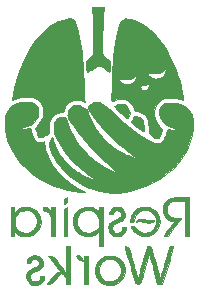
<source format=gbo>
G04 #@! TF.GenerationSoftware,KiCad,Pcbnew,(5.1.9-16-g1737927814)-1*
G04 #@! TF.CreationDate,2021-04-01T12:19:28-04:00*
G04 #@! TF.ProjectId,pressure_mpx5700ap_gp,70726573-7375-4726-955f-6d7078353730,1*
G04 #@! TF.SameCoordinates,Original*
G04 #@! TF.FileFunction,Legend,Bot*
G04 #@! TF.FilePolarity,Positive*
%FSLAX45Y45*%
G04 Gerber Fmt 4.5, Leading zero omitted, Abs format (unit mm)*
G04 Created by KiCad (PCBNEW (5.1.9-16-g1737927814)-1) date 2021-04-01 12:19:28*
%MOMM*%
%LPD*%
G01*
G04 APERTURE LIST*
%ADD10C,0.010000*%
G04 APERTURE END LIST*
D10*
G36*
X1994014Y-71417D02*
G01*
X1995670Y-90146D01*
X1997179Y-113837D01*
X1998517Y-141807D01*
X1999665Y-173375D01*
X2000602Y-207859D01*
X2001305Y-244577D01*
X2001755Y-282848D01*
X2001930Y-321990D01*
X2001931Y-327533D01*
X2001943Y-357141D01*
X2001905Y-381710D01*
X2001680Y-401843D01*
X2001128Y-418144D01*
X2000112Y-431218D01*
X1998493Y-441668D01*
X1996133Y-450099D01*
X1992894Y-457114D01*
X1988638Y-463318D01*
X1983225Y-469315D01*
X1976519Y-475709D01*
X1968380Y-483103D01*
X1965771Y-485486D01*
X1940031Y-509090D01*
X1941525Y-543195D01*
X1942625Y-565020D01*
X1943788Y-581465D01*
X1945044Y-592793D01*
X1946421Y-599268D01*
X1947867Y-601165D01*
X1951559Y-600213D01*
X1958287Y-598005D01*
X1960237Y-597318D01*
X1966927Y-594101D01*
X1976632Y-588401D01*
X1987856Y-581131D01*
X1995515Y-575811D01*
X2012593Y-564088D01*
X2026378Y-555864D01*
X2037689Y-550772D01*
X2047344Y-548442D01*
X2056164Y-548507D01*
X2056262Y-548520D01*
X2060823Y-549304D01*
X2065215Y-550658D01*
X2070228Y-553062D01*
X2076653Y-556996D01*
X2085280Y-562942D01*
X2096900Y-571380D01*
X2110678Y-581580D01*
X2120605Y-588713D01*
X2129078Y-594350D01*
X2134946Y-597752D01*
X2136783Y-598413D01*
X2138945Y-596188D01*
X2140087Y-589141D01*
X2140326Y-580828D01*
X2140533Y-569699D01*
X2141074Y-555482D01*
X2141844Y-540716D01*
X2142131Y-536146D01*
X2143922Y-509104D01*
X2132945Y-502400D01*
X2122650Y-495086D01*
X2111294Y-485404D01*
X2100231Y-474683D01*
X2090814Y-464252D01*
X2084397Y-455439D01*
X2083569Y-453940D01*
X2081876Y-450156D01*
X2080580Y-445768D01*
X2079629Y-440008D01*
X2078972Y-432109D01*
X2078556Y-421303D01*
X2078329Y-406823D01*
X2078241Y-387901D01*
X2078233Y-374918D01*
X2078378Y-348895D01*
X2078786Y-320511D01*
X2079429Y-290480D01*
X2080275Y-259515D01*
X2081297Y-228328D01*
X2082464Y-197632D01*
X2083747Y-168141D01*
X2085116Y-140567D01*
X2086543Y-115624D01*
X2087997Y-94023D01*
X2089449Y-76479D01*
X2090870Y-63704D01*
X2091185Y-61539D01*
X2092829Y-50956D01*
X1991812Y-50956D01*
X1994014Y-71417D01*
G37*
X1994014Y-71417D02*
X1995670Y-90146D01*
X1997179Y-113837D01*
X1998517Y-141807D01*
X1999665Y-173375D01*
X2000602Y-207859D01*
X2001305Y-244577D01*
X2001755Y-282848D01*
X2001930Y-321990D01*
X2001931Y-327533D01*
X2001943Y-357141D01*
X2001905Y-381710D01*
X2001680Y-401843D01*
X2001128Y-418144D01*
X2000112Y-431218D01*
X1998493Y-441668D01*
X1996133Y-450099D01*
X1992894Y-457114D01*
X1988638Y-463318D01*
X1983225Y-469315D01*
X1976519Y-475709D01*
X1968380Y-483103D01*
X1965771Y-485486D01*
X1940031Y-509090D01*
X1941525Y-543195D01*
X1942625Y-565020D01*
X1943788Y-581465D01*
X1945044Y-592793D01*
X1946421Y-599268D01*
X1947867Y-601165D01*
X1951559Y-600213D01*
X1958287Y-598005D01*
X1960237Y-597318D01*
X1966927Y-594101D01*
X1976632Y-588401D01*
X1987856Y-581131D01*
X1995515Y-575811D01*
X2012593Y-564088D01*
X2026378Y-555864D01*
X2037689Y-550772D01*
X2047344Y-548442D01*
X2056164Y-548507D01*
X2056262Y-548520D01*
X2060823Y-549304D01*
X2065215Y-550658D01*
X2070228Y-553062D01*
X2076653Y-556996D01*
X2085280Y-562942D01*
X2096900Y-571380D01*
X2110678Y-581580D01*
X2120605Y-588713D01*
X2129078Y-594350D01*
X2134946Y-597752D01*
X2136783Y-598413D01*
X2138945Y-596188D01*
X2140087Y-589141D01*
X2140326Y-580828D01*
X2140533Y-569699D01*
X2141074Y-555482D01*
X2141844Y-540716D01*
X2142131Y-536146D01*
X2143922Y-509104D01*
X2132945Y-502400D01*
X2122650Y-495086D01*
X2111294Y-485404D01*
X2100231Y-474683D01*
X2090814Y-464252D01*
X2084397Y-455439D01*
X2083569Y-453940D01*
X2081876Y-450156D01*
X2080580Y-445768D01*
X2079629Y-440008D01*
X2078972Y-432109D01*
X2078556Y-421303D01*
X2078329Y-406823D01*
X2078241Y-387901D01*
X2078233Y-374918D01*
X2078378Y-348895D01*
X2078786Y-320511D01*
X2079429Y-290480D01*
X2080275Y-259515D01*
X2081297Y-228328D01*
X2082464Y-197632D01*
X2083747Y-168141D01*
X2085116Y-140567D01*
X2086543Y-115624D01*
X2087997Y-94023D01*
X2089449Y-76479D01*
X2090870Y-63704D01*
X2091185Y-61539D01*
X2092829Y-50956D01*
X1991812Y-50956D01*
X1994014Y-71417D01*
G36*
X2229617Y-870691D02*
G01*
X2214287Y-874140D01*
X2198611Y-879112D01*
X2184868Y-884975D01*
X2183158Y-885868D01*
X2173794Y-890910D01*
X2224080Y-937104D01*
X2238560Y-950402D01*
X2252030Y-962769D01*
X2263810Y-973578D01*
X2273219Y-982206D01*
X2279576Y-988028D01*
X2281691Y-989959D01*
X2287068Y-994127D01*
X2290447Y-994370D01*
X2292125Y-992873D01*
X2294756Y-988563D01*
X2298798Y-980687D01*
X2303426Y-970863D01*
X2303925Y-969755D01*
X2312617Y-950383D01*
X2308049Y-934671D01*
X2299391Y-911312D01*
X2288498Y-893082D01*
X2275395Y-880004D01*
X2260107Y-872103D01*
X2242655Y-869401D01*
X2242321Y-869400D01*
X2229617Y-870691D01*
G37*
X2229617Y-870691D02*
X2214287Y-874140D01*
X2198611Y-879112D01*
X2184868Y-884975D01*
X2183158Y-885868D01*
X2173794Y-890910D01*
X2224080Y-937104D01*
X2238560Y-950402D01*
X2252030Y-962769D01*
X2263810Y-973578D01*
X2273219Y-982206D01*
X2279576Y-988028D01*
X2281691Y-989959D01*
X2287068Y-994127D01*
X2290447Y-994370D01*
X2292125Y-992873D01*
X2294756Y-988563D01*
X2298798Y-980687D01*
X2303426Y-970863D01*
X2303925Y-969755D01*
X2312617Y-950383D01*
X2308049Y-934671D01*
X2299391Y-911312D01*
X2288498Y-893082D01*
X2275395Y-880004D01*
X2260107Y-872103D01*
X2242655Y-869401D01*
X2242321Y-869400D01*
X2229617Y-870691D01*
G36*
X2335044Y-999239D02*
G01*
X2322344Y-1025214D01*
X2332222Y-1033638D01*
X2338805Y-1039025D01*
X2348187Y-1046401D01*
X2359548Y-1055154D01*
X2372073Y-1064672D01*
X2384944Y-1074345D01*
X2397343Y-1083561D01*
X2408453Y-1091708D01*
X2417455Y-1098175D01*
X2423534Y-1102351D01*
X2425822Y-1103645D01*
X2427646Y-1101175D01*
X2429502Y-1095068D01*
X2429851Y-1093360D01*
X2430573Y-1085531D01*
X2430704Y-1074323D01*
X2430226Y-1061971D01*
X2430104Y-1060199D01*
X2426756Y-1034553D01*
X2420727Y-1013744D01*
X2411852Y-997555D01*
X2399966Y-985769D01*
X2384903Y-978171D01*
X2366500Y-974544D01*
X2364678Y-974405D01*
X2347744Y-973264D01*
X2335044Y-999239D01*
G37*
X2335044Y-999239D02*
X2322344Y-1025214D01*
X2332222Y-1033638D01*
X2338805Y-1039025D01*
X2348187Y-1046401D01*
X2359548Y-1055154D01*
X2372073Y-1064672D01*
X2384944Y-1074345D01*
X2397343Y-1083561D01*
X2408453Y-1091708D01*
X2417455Y-1098175D01*
X2423534Y-1102351D01*
X2425822Y-1103645D01*
X2427646Y-1101175D01*
X2429502Y-1095068D01*
X2429851Y-1093360D01*
X2430573Y-1085531D01*
X2430704Y-1074323D01*
X2430226Y-1061971D01*
X2430104Y-1060199D01*
X2426756Y-1034553D01*
X2420727Y-1013744D01*
X2411852Y-997555D01*
X2399966Y-985769D01*
X2384903Y-978171D01*
X2366500Y-974544D01*
X2364678Y-974405D01*
X2347744Y-973264D01*
X2335044Y-999239D01*
G36*
X1803722Y-145459D02*
G01*
X1794531Y-146522D01*
X1782804Y-148331D01*
X1742087Y-157475D01*
X1702779Y-171640D01*
X1664641Y-190959D01*
X1627432Y-215566D01*
X1590910Y-245593D01*
X1568539Y-266957D01*
X1533875Y-305112D01*
X1500603Y-348249D01*
X1469012Y-395818D01*
X1439387Y-447268D01*
X1412016Y-502045D01*
X1387185Y-559600D01*
X1365182Y-619379D01*
X1346292Y-680832D01*
X1339001Y-708418D01*
X1334067Y-728883D01*
X1329372Y-749866D01*
X1325108Y-770361D01*
X1321468Y-789365D01*
X1318646Y-805870D01*
X1316833Y-818874D01*
X1316222Y-827130D01*
X1316222Y-834929D01*
X1336689Y-826982D01*
X1362446Y-818935D01*
X1390849Y-813423D01*
X1420253Y-810571D01*
X1449015Y-810500D01*
X1475490Y-813334D01*
X1486978Y-815781D01*
X1511178Y-823774D01*
X1530841Y-834441D01*
X1546646Y-848292D01*
X1559268Y-865836D01*
X1563189Y-873205D01*
X1574148Y-901264D01*
X1579529Y-929289D01*
X1579391Y-956980D01*
X1573793Y-984031D01*
X1562796Y-1010140D01*
X1546458Y-1035005D01*
X1527283Y-1056024D01*
X1510350Y-1072187D01*
X1522309Y-1108377D01*
X1528400Y-1126149D01*
X1533516Y-1139108D01*
X1538142Y-1147891D01*
X1542760Y-1153139D01*
X1547853Y-1155491D01*
X1553905Y-1155586D01*
X1557522Y-1154969D01*
X1563115Y-1153069D01*
X1572241Y-1149227D01*
X1583442Y-1144136D01*
X1595263Y-1138491D01*
X1606245Y-1132988D01*
X1614932Y-1128319D01*
X1619611Y-1125383D01*
X1621916Y-1123137D01*
X1623505Y-1119909D01*
X1624518Y-1114702D01*
X1625092Y-1106520D01*
X1625368Y-1094364D01*
X1625454Y-1083411D01*
X1626779Y-1053788D01*
X1630576Y-1028613D01*
X1637088Y-1007148D01*
X1646561Y-988654D01*
X1659237Y-972394D01*
X1663600Y-967939D01*
X1680328Y-955097D01*
X1700300Y-946210D01*
X1724102Y-941028D01*
X1727388Y-940627D01*
X1745870Y-938544D01*
X1752963Y-918789D01*
X1764716Y-892588D01*
X1779316Y-871228D01*
X1796571Y-854795D01*
X1816289Y-843374D01*
X1838278Y-837047D01*
X1862346Y-835902D01*
X1888302Y-840022D01*
X1912810Y-848175D01*
X1929432Y-854979D01*
X1927677Y-836188D01*
X1927067Y-828047D01*
X1926301Y-815311D01*
X1925431Y-799027D01*
X1924514Y-780242D01*
X1923602Y-760001D01*
X1923045Y-746738D01*
X1922030Y-721811D01*
X1920874Y-693386D01*
X1919664Y-663607D01*
X1918487Y-634616D01*
X1917429Y-608554D01*
X1917249Y-604111D01*
X1914325Y-544501D01*
X1910546Y-489669D01*
X1905826Y-438800D01*
X1900078Y-391082D01*
X1893215Y-345699D01*
X1885150Y-301838D01*
X1884925Y-300722D01*
X1876341Y-262186D01*
X1867205Y-229087D01*
X1857532Y-201461D01*
X1847335Y-179341D01*
X1836630Y-162761D01*
X1825431Y-151755D01*
X1819937Y-148487D01*
X1814993Y-146435D01*
X1810065Y-145428D01*
X1803722Y-145459D01*
G37*
X1803722Y-145459D02*
X1794531Y-146522D01*
X1782804Y-148331D01*
X1742087Y-157475D01*
X1702779Y-171640D01*
X1664641Y-190959D01*
X1627432Y-215566D01*
X1590910Y-245593D01*
X1568539Y-266957D01*
X1533875Y-305112D01*
X1500603Y-348249D01*
X1469012Y-395818D01*
X1439387Y-447268D01*
X1412016Y-502045D01*
X1387185Y-559600D01*
X1365182Y-619379D01*
X1346292Y-680832D01*
X1339001Y-708418D01*
X1334067Y-728883D01*
X1329372Y-749866D01*
X1325108Y-770361D01*
X1321468Y-789365D01*
X1318646Y-805870D01*
X1316833Y-818874D01*
X1316222Y-827130D01*
X1316222Y-834929D01*
X1336689Y-826982D01*
X1362446Y-818935D01*
X1390849Y-813423D01*
X1420253Y-810571D01*
X1449015Y-810500D01*
X1475490Y-813334D01*
X1486978Y-815781D01*
X1511178Y-823774D01*
X1530841Y-834441D01*
X1546646Y-848292D01*
X1559268Y-865836D01*
X1563189Y-873205D01*
X1574148Y-901264D01*
X1579529Y-929289D01*
X1579391Y-956980D01*
X1573793Y-984031D01*
X1562796Y-1010140D01*
X1546458Y-1035005D01*
X1527283Y-1056024D01*
X1510350Y-1072187D01*
X1522309Y-1108377D01*
X1528400Y-1126149D01*
X1533516Y-1139108D01*
X1538142Y-1147891D01*
X1542760Y-1153139D01*
X1547853Y-1155491D01*
X1553905Y-1155586D01*
X1557522Y-1154969D01*
X1563115Y-1153069D01*
X1572241Y-1149227D01*
X1583442Y-1144136D01*
X1595263Y-1138491D01*
X1606245Y-1132988D01*
X1614932Y-1128319D01*
X1619611Y-1125383D01*
X1621916Y-1123137D01*
X1623505Y-1119909D01*
X1624518Y-1114702D01*
X1625092Y-1106520D01*
X1625368Y-1094364D01*
X1625454Y-1083411D01*
X1626779Y-1053788D01*
X1630576Y-1028613D01*
X1637088Y-1007148D01*
X1646561Y-988654D01*
X1659237Y-972394D01*
X1663600Y-967939D01*
X1680328Y-955097D01*
X1700300Y-946210D01*
X1724102Y-941028D01*
X1727388Y-940627D01*
X1745870Y-938544D01*
X1752963Y-918789D01*
X1764716Y-892588D01*
X1779316Y-871228D01*
X1796571Y-854795D01*
X1816289Y-843374D01*
X1838278Y-837047D01*
X1862346Y-835902D01*
X1888302Y-840022D01*
X1912810Y-848175D01*
X1929432Y-854979D01*
X1927677Y-836188D01*
X1927067Y-828047D01*
X1926301Y-815311D01*
X1925431Y-799027D01*
X1924514Y-780242D01*
X1923602Y-760001D01*
X1923045Y-746738D01*
X1922030Y-721811D01*
X1920874Y-693386D01*
X1919664Y-663607D01*
X1918487Y-634616D01*
X1917429Y-608554D01*
X1917249Y-604111D01*
X1914325Y-544501D01*
X1910546Y-489669D01*
X1905826Y-438800D01*
X1900078Y-391082D01*
X1893215Y-345699D01*
X1885150Y-301838D01*
X1884925Y-300722D01*
X1876341Y-262186D01*
X1867205Y-229087D01*
X1857532Y-201461D01*
X1847335Y-179341D01*
X1836630Y-162761D01*
X1825431Y-151755D01*
X1819937Y-148487D01*
X1814993Y-146435D01*
X1810065Y-145428D01*
X1803722Y-145459D01*
G36*
X2263637Y-149089D02*
G01*
X2261578Y-149770D01*
X2250423Y-157259D01*
X2239647Y-170254D01*
X2229297Y-188626D01*
X2219418Y-212248D01*
X2210056Y-240991D01*
X2201259Y-274726D01*
X2193073Y-313325D01*
X2185542Y-356660D01*
X2184372Y-364222D01*
X2179811Y-396013D01*
X2175816Y-428034D01*
X2172330Y-461039D01*
X2169293Y-495778D01*
X2166648Y-533004D01*
X2164336Y-573469D01*
X2162300Y-617923D01*
X2160481Y-667119D01*
X2160142Y-677489D01*
X2158948Y-713413D01*
X2157842Y-743997D01*
X2156808Y-769544D01*
X2155833Y-790357D01*
X2154903Y-806740D01*
X2154002Y-818996D01*
X2153117Y-827427D01*
X2152970Y-828478D01*
X2154048Y-838603D01*
X2156708Y-843414D01*
X2161683Y-849884D01*
X2177103Y-842828D01*
X2201546Y-833739D01*
X2225874Y-828644D01*
X2249098Y-827619D01*
X2270229Y-830741D01*
X2281768Y-834758D01*
X2300565Y-846099D01*
X2317347Y-862345D01*
X2331693Y-882988D01*
X2343182Y-907517D01*
X2344215Y-910322D01*
X2351308Y-930078D01*
X2369789Y-932160D01*
X2394113Y-936895D01*
X2414534Y-945304D01*
X2431637Y-957636D01*
X2433578Y-959473D01*
X2447367Y-975412D01*
X2457827Y-993450D01*
X2465198Y-1014308D01*
X2469718Y-1038709D01*
X2471629Y-1067377D01*
X2471723Y-1074299D01*
X2471922Y-1111275D01*
X2482273Y-1122732D01*
X2488810Y-1130426D01*
X2494086Y-1137433D01*
X2495917Y-1140345D01*
X2500996Y-1145643D01*
X2509862Y-1151231D01*
X2520868Y-1156438D01*
X2532372Y-1160594D01*
X2542729Y-1163028D01*
X2550295Y-1163070D01*
X2551068Y-1162835D01*
X2554921Y-1161039D01*
X2558151Y-1158273D01*
X2561199Y-1153686D01*
X2564504Y-1146429D01*
X2568506Y-1135651D01*
X2573645Y-1120502D01*
X2574858Y-1116843D01*
X2586827Y-1080653D01*
X2569895Y-1064491D01*
X2548827Y-1041024D01*
X2533033Y-1016050D01*
X2522575Y-989881D01*
X2517512Y-962831D01*
X2517904Y-935213D01*
X2523812Y-907341D01*
X2534639Y-880811D01*
X2547227Y-861154D01*
X2563273Y-845378D01*
X2583153Y-833228D01*
X2607243Y-824449D01*
X2622911Y-820873D01*
X2639926Y-818988D01*
X2660675Y-818724D01*
X2683535Y-819921D01*
X2706884Y-822419D01*
X2729100Y-826059D01*
X2748560Y-830679D01*
X2759500Y-834343D01*
X2762338Y-835084D01*
X2763726Y-833698D01*
X2763897Y-829082D01*
X2763087Y-820133D01*
X2762896Y-818356D01*
X2760687Y-802409D01*
X2757176Y-782435D01*
X2752662Y-759820D01*
X2747441Y-735950D01*
X2741812Y-712212D01*
X2741201Y-709845D01*
X2476156Y-709845D01*
X2474248Y-723199D01*
X2469090Y-735032D01*
X2461528Y-743461D01*
X2460798Y-743962D01*
X2447281Y-750108D01*
X2432657Y-752279D01*
X2418659Y-750424D01*
X2408422Y-745552D01*
X2403509Y-740857D01*
X2398376Y-734201D01*
X2394041Y-727200D01*
X2391521Y-721469D01*
X2391570Y-718800D01*
X2394694Y-717766D01*
X2402286Y-715893D01*
X2413278Y-713428D01*
X2426599Y-710619D01*
X2429603Y-710006D01*
X2443677Y-707120D01*
X2456044Y-704525D01*
X2465493Y-702478D01*
X2470817Y-701238D01*
X2471217Y-701128D01*
X2474537Y-701148D01*
X2475939Y-704667D01*
X2476156Y-709845D01*
X2741201Y-709845D01*
X2736072Y-689992D01*
X2732839Y-678445D01*
X2712546Y-614494D01*
X2700124Y-581370D01*
X2614037Y-581370D01*
X2613411Y-591290D01*
X2613373Y-591620D01*
X2608531Y-611611D01*
X2599247Y-628260D01*
X2585769Y-641365D01*
X2568345Y-650726D01*
X2547223Y-656139D01*
X2532407Y-657424D01*
X2523540Y-656771D01*
X2512808Y-654761D01*
X2508295Y-653564D01*
X2497319Y-648976D01*
X2486388Y-642393D01*
X2482987Y-639750D01*
X2479074Y-635861D01*
X2368895Y-635861D01*
X2366271Y-654196D01*
X2358551Y-670250D01*
X2345869Y-683873D01*
X2328356Y-694913D01*
X2311056Y-701754D01*
X2295865Y-704735D01*
X2279348Y-705059D01*
X2264297Y-702729D01*
X2260955Y-701684D01*
X2251604Y-697358D01*
X2242039Y-691503D01*
X2240383Y-690291D01*
X2234243Y-684731D01*
X2227817Y-677573D01*
X2222095Y-670134D01*
X2218069Y-663733D01*
X2216730Y-659686D01*
X2216962Y-659164D01*
X2220215Y-659060D01*
X2226796Y-660349D01*
X2229370Y-661034D01*
X2242838Y-663418D01*
X2259734Y-664351D01*
X2278054Y-663906D01*
X2295790Y-662155D01*
X2310937Y-659172D01*
X2315055Y-657919D01*
X2329535Y-651957D01*
X2343254Y-644544D01*
X2354495Y-636697D01*
X2360247Y-631160D01*
X2364937Y-627110D01*
X2367825Y-628404D01*
X2368890Y-635030D01*
X2368895Y-635861D01*
X2479074Y-635861D01*
X2475969Y-632775D01*
X2469589Y-624797D01*
X2464711Y-617141D01*
X2462198Y-611128D01*
X2462501Y-608358D01*
X2465987Y-607961D01*
X2472898Y-608844D01*
X2476489Y-609589D01*
X2491425Y-611792D01*
X2509285Y-612562D01*
X2527905Y-611961D01*
X2545123Y-610052D01*
X2557648Y-607261D01*
X2573908Y-601150D01*
X2588640Y-593666D01*
X2600220Y-585696D01*
X2604302Y-581826D01*
X2609692Y-576863D01*
X2612867Y-576636D01*
X2614037Y-581370D01*
X2700124Y-581370D01*
X2689705Y-553589D01*
X2664487Y-495975D01*
X2637062Y-441896D01*
X2607600Y-391595D01*
X2576273Y-345319D01*
X2543251Y-303310D01*
X2508703Y-265812D01*
X2472802Y-233071D01*
X2435717Y-205331D01*
X2397619Y-182835D01*
X2381365Y-175013D01*
X2363129Y-167616D01*
X2343663Y-161092D01*
X2323989Y-155654D01*
X2305127Y-151520D01*
X2288100Y-148904D01*
X2273929Y-148022D01*
X2263637Y-149089D01*
G37*
X2263637Y-149089D02*
X2261578Y-149770D01*
X2250423Y-157259D01*
X2239647Y-170254D01*
X2229297Y-188626D01*
X2219418Y-212248D01*
X2210056Y-240991D01*
X2201259Y-274726D01*
X2193073Y-313325D01*
X2185542Y-356660D01*
X2184372Y-364222D01*
X2179811Y-396013D01*
X2175816Y-428034D01*
X2172330Y-461039D01*
X2169293Y-495778D01*
X2166648Y-533004D01*
X2164336Y-573469D01*
X2162300Y-617923D01*
X2160481Y-667119D01*
X2160142Y-677489D01*
X2158948Y-713413D01*
X2157842Y-743997D01*
X2156808Y-769544D01*
X2155833Y-790357D01*
X2154903Y-806740D01*
X2154002Y-818996D01*
X2153117Y-827427D01*
X2152970Y-828478D01*
X2154048Y-838603D01*
X2156708Y-843414D01*
X2161683Y-849884D01*
X2177103Y-842828D01*
X2201546Y-833739D01*
X2225874Y-828644D01*
X2249098Y-827619D01*
X2270229Y-830741D01*
X2281768Y-834758D01*
X2300565Y-846099D01*
X2317347Y-862345D01*
X2331693Y-882988D01*
X2343182Y-907517D01*
X2344215Y-910322D01*
X2351308Y-930078D01*
X2369789Y-932160D01*
X2394113Y-936895D01*
X2414534Y-945304D01*
X2431637Y-957636D01*
X2433578Y-959473D01*
X2447367Y-975412D01*
X2457827Y-993450D01*
X2465198Y-1014308D01*
X2469718Y-1038709D01*
X2471629Y-1067377D01*
X2471723Y-1074299D01*
X2471922Y-1111275D01*
X2482273Y-1122732D01*
X2488810Y-1130426D01*
X2494086Y-1137433D01*
X2495917Y-1140345D01*
X2500996Y-1145643D01*
X2509862Y-1151231D01*
X2520868Y-1156438D01*
X2532372Y-1160594D01*
X2542729Y-1163028D01*
X2550295Y-1163070D01*
X2551068Y-1162835D01*
X2554921Y-1161039D01*
X2558151Y-1158273D01*
X2561199Y-1153686D01*
X2564504Y-1146429D01*
X2568506Y-1135651D01*
X2573645Y-1120502D01*
X2574858Y-1116843D01*
X2586827Y-1080653D01*
X2569895Y-1064491D01*
X2548827Y-1041024D01*
X2533033Y-1016050D01*
X2522575Y-989881D01*
X2517512Y-962831D01*
X2517904Y-935213D01*
X2523812Y-907341D01*
X2534639Y-880811D01*
X2547227Y-861154D01*
X2563273Y-845378D01*
X2583153Y-833228D01*
X2607243Y-824449D01*
X2622911Y-820873D01*
X2639926Y-818988D01*
X2660675Y-818724D01*
X2683535Y-819921D01*
X2706884Y-822419D01*
X2729100Y-826059D01*
X2748560Y-830679D01*
X2759500Y-834343D01*
X2762338Y-835084D01*
X2763726Y-833698D01*
X2763897Y-829082D01*
X2763087Y-820133D01*
X2762896Y-818356D01*
X2760687Y-802409D01*
X2757176Y-782435D01*
X2752662Y-759820D01*
X2747441Y-735950D01*
X2741812Y-712212D01*
X2741201Y-709845D01*
X2476156Y-709845D01*
X2474248Y-723199D01*
X2469090Y-735032D01*
X2461528Y-743461D01*
X2460798Y-743962D01*
X2447281Y-750108D01*
X2432657Y-752279D01*
X2418659Y-750424D01*
X2408422Y-745552D01*
X2403509Y-740857D01*
X2398376Y-734201D01*
X2394041Y-727200D01*
X2391521Y-721469D01*
X2391570Y-718800D01*
X2394694Y-717766D01*
X2402286Y-715893D01*
X2413278Y-713428D01*
X2426599Y-710619D01*
X2429603Y-710006D01*
X2443677Y-707120D01*
X2456044Y-704525D01*
X2465493Y-702478D01*
X2470817Y-701238D01*
X2471217Y-701128D01*
X2474537Y-701148D01*
X2475939Y-704667D01*
X2476156Y-709845D01*
X2741201Y-709845D01*
X2736072Y-689992D01*
X2732839Y-678445D01*
X2712546Y-614494D01*
X2700124Y-581370D01*
X2614037Y-581370D01*
X2613411Y-591290D01*
X2613373Y-591620D01*
X2608531Y-611611D01*
X2599247Y-628260D01*
X2585769Y-641365D01*
X2568345Y-650726D01*
X2547223Y-656139D01*
X2532407Y-657424D01*
X2523540Y-656771D01*
X2512808Y-654761D01*
X2508295Y-653564D01*
X2497319Y-648976D01*
X2486388Y-642393D01*
X2482987Y-639750D01*
X2479074Y-635861D01*
X2368895Y-635861D01*
X2366271Y-654196D01*
X2358551Y-670250D01*
X2345869Y-683873D01*
X2328356Y-694913D01*
X2311056Y-701754D01*
X2295865Y-704735D01*
X2279348Y-705059D01*
X2264297Y-702729D01*
X2260955Y-701684D01*
X2251604Y-697358D01*
X2242039Y-691503D01*
X2240383Y-690291D01*
X2234243Y-684731D01*
X2227817Y-677573D01*
X2222095Y-670134D01*
X2218069Y-663733D01*
X2216730Y-659686D01*
X2216962Y-659164D01*
X2220215Y-659060D01*
X2226796Y-660349D01*
X2229370Y-661034D01*
X2242838Y-663418D01*
X2259734Y-664351D01*
X2278054Y-663906D01*
X2295790Y-662155D01*
X2310937Y-659172D01*
X2315055Y-657919D01*
X2329535Y-651957D01*
X2343254Y-644544D01*
X2354495Y-636697D01*
X2360247Y-631160D01*
X2364937Y-627110D01*
X2367825Y-628404D01*
X2368890Y-635030D01*
X2368895Y-635861D01*
X2479074Y-635861D01*
X2475969Y-632775D01*
X2469589Y-624797D01*
X2464711Y-617141D01*
X2462198Y-611128D01*
X2462501Y-608358D01*
X2465987Y-607961D01*
X2472898Y-608844D01*
X2476489Y-609589D01*
X2491425Y-611792D01*
X2509285Y-612562D01*
X2527905Y-611961D01*
X2545123Y-610052D01*
X2557648Y-607261D01*
X2573908Y-601150D01*
X2588640Y-593666D01*
X2600220Y-585696D01*
X2604302Y-581826D01*
X2609692Y-576863D01*
X2612867Y-576636D01*
X2614037Y-581370D01*
X2700124Y-581370D01*
X2689705Y-553589D01*
X2664487Y-495975D01*
X2637062Y-441896D01*
X2607600Y-391595D01*
X2576273Y-345319D01*
X2543251Y-303310D01*
X2508703Y-265812D01*
X2472802Y-233071D01*
X2435717Y-205331D01*
X2397619Y-182835D01*
X2381365Y-175013D01*
X2363129Y-167616D01*
X2343663Y-161092D01*
X2323989Y-155654D01*
X2305127Y-151520D01*
X2288100Y-148904D01*
X2273929Y-148022D01*
X2263637Y-149089D01*
G36*
X1405319Y-853891D02*
G01*
X1378256Y-858326D01*
X1353744Y-866014D01*
X1340211Y-872068D01*
X1318470Y-884485D01*
X1300760Y-898476D01*
X1285472Y-915422D01*
X1278496Y-925050D01*
X1270249Y-937618D01*
X1263961Y-948731D01*
X1259375Y-959473D01*
X1256232Y-970932D01*
X1254277Y-984195D01*
X1253250Y-1000348D01*
X1252895Y-1020477D01*
X1252891Y-1033089D01*
X1253040Y-1053497D01*
X1253422Y-1069638D01*
X1254154Y-1082890D01*
X1255354Y-1094631D01*
X1257138Y-1106236D01*
X1259622Y-1119084D01*
X1260559Y-1123565D01*
X1274727Y-1177120D01*
X1294071Y-1228486D01*
X1318523Y-1277549D01*
X1348010Y-1324199D01*
X1382463Y-1368323D01*
X1421811Y-1409810D01*
X1465800Y-1448402D01*
X1512116Y-1482400D01*
X1562150Y-1513288D01*
X1615083Y-1540738D01*
X1670097Y-1564428D01*
X1726371Y-1584032D01*
X1783087Y-1599226D01*
X1839424Y-1609684D01*
X1884686Y-1614492D01*
X1901882Y-1615661D01*
X1914244Y-1616470D01*
X1922570Y-1616944D01*
X1927658Y-1617109D01*
X1930305Y-1616991D01*
X1931309Y-1616614D01*
X1931467Y-1616004D01*
X1931467Y-1615987D01*
X1929098Y-1614300D01*
X1922608Y-1610592D01*
X1912921Y-1605369D01*
X1900964Y-1599139D01*
X1897814Y-1597527D01*
X1851867Y-1571673D01*
X1808011Y-1542191D01*
X1766719Y-1509573D01*
X1728468Y-1474310D01*
X1693733Y-1436893D01*
X1662989Y-1397815D01*
X1636712Y-1357565D01*
X1615376Y-1316636D01*
X1607058Y-1296967D01*
X1599441Y-1274944D01*
X1593441Y-1252509D01*
X1589371Y-1231161D01*
X1587542Y-1212401D01*
X1587621Y-1203461D01*
X1588083Y-1195081D01*
X1588271Y-1189578D01*
X1588206Y-1188307D01*
X1585652Y-1189281D01*
X1579746Y-1191698D01*
X1577713Y-1192545D01*
X1564397Y-1195957D01*
X1549152Y-1196614D01*
X1534501Y-1194575D01*
X1525393Y-1191300D01*
X1515206Y-1184922D01*
X1506811Y-1176675D01*
X1499556Y-1165591D01*
X1492787Y-1150702D01*
X1486903Y-1134253D01*
X1482143Y-1120000D01*
X1477439Y-1106160D01*
X1473395Y-1094496D01*
X1471021Y-1087863D01*
X1465728Y-1073492D01*
X1450947Y-1078598D01*
X1434947Y-1082549D01*
X1419388Y-1083571D01*
X1406004Y-1081632D01*
X1400656Y-1079535D01*
X1395068Y-1075366D01*
X1394412Y-1071836D01*
X1398664Y-1069903D01*
X1400910Y-1069778D01*
X1407805Y-1068730D01*
X1418391Y-1065925D01*
X1431185Y-1061864D01*
X1444707Y-1057054D01*
X1457476Y-1051998D01*
X1468010Y-1047200D01*
X1469522Y-1046420D01*
X1480345Y-1039677D01*
X1492131Y-1030785D01*
X1501073Y-1022850D01*
X1518564Y-1002351D01*
X1530550Y-980746D01*
X1537009Y-958120D01*
X1537919Y-934562D01*
X1533261Y-910159D01*
X1530369Y-901590D01*
X1521972Y-884948D01*
X1510400Y-871966D01*
X1495272Y-862445D01*
X1476207Y-856187D01*
X1452824Y-852994D01*
X1436118Y-852467D01*
X1405319Y-853891D01*
G37*
X1405319Y-853891D02*
X1378256Y-858326D01*
X1353744Y-866014D01*
X1340211Y-872068D01*
X1318470Y-884485D01*
X1300760Y-898476D01*
X1285472Y-915422D01*
X1278496Y-925050D01*
X1270249Y-937618D01*
X1263961Y-948731D01*
X1259375Y-959473D01*
X1256232Y-970932D01*
X1254277Y-984195D01*
X1253250Y-1000348D01*
X1252895Y-1020477D01*
X1252891Y-1033089D01*
X1253040Y-1053497D01*
X1253422Y-1069638D01*
X1254154Y-1082890D01*
X1255354Y-1094631D01*
X1257138Y-1106236D01*
X1259622Y-1119084D01*
X1260559Y-1123565D01*
X1274727Y-1177120D01*
X1294071Y-1228486D01*
X1318523Y-1277549D01*
X1348010Y-1324199D01*
X1382463Y-1368323D01*
X1421811Y-1409810D01*
X1465800Y-1448402D01*
X1512116Y-1482400D01*
X1562150Y-1513288D01*
X1615083Y-1540738D01*
X1670097Y-1564428D01*
X1726371Y-1584032D01*
X1783087Y-1599226D01*
X1839424Y-1609684D01*
X1884686Y-1614492D01*
X1901882Y-1615661D01*
X1914244Y-1616470D01*
X1922570Y-1616944D01*
X1927658Y-1617109D01*
X1930305Y-1616991D01*
X1931309Y-1616614D01*
X1931467Y-1616004D01*
X1931467Y-1615987D01*
X1929098Y-1614300D01*
X1922608Y-1610592D01*
X1912921Y-1605369D01*
X1900964Y-1599139D01*
X1897814Y-1597527D01*
X1851867Y-1571673D01*
X1808011Y-1542191D01*
X1766719Y-1509573D01*
X1728468Y-1474310D01*
X1693733Y-1436893D01*
X1662989Y-1397815D01*
X1636712Y-1357565D01*
X1615376Y-1316636D01*
X1607058Y-1296967D01*
X1599441Y-1274944D01*
X1593441Y-1252509D01*
X1589371Y-1231161D01*
X1587542Y-1212401D01*
X1587621Y-1203461D01*
X1588083Y-1195081D01*
X1588271Y-1189578D01*
X1588206Y-1188307D01*
X1585652Y-1189281D01*
X1579746Y-1191698D01*
X1577713Y-1192545D01*
X1564397Y-1195957D01*
X1549152Y-1196614D01*
X1534501Y-1194575D01*
X1525393Y-1191300D01*
X1515206Y-1184922D01*
X1506811Y-1176675D01*
X1499556Y-1165591D01*
X1492787Y-1150702D01*
X1486903Y-1134253D01*
X1482143Y-1120000D01*
X1477439Y-1106160D01*
X1473395Y-1094496D01*
X1471021Y-1087863D01*
X1465728Y-1073492D01*
X1450947Y-1078598D01*
X1434947Y-1082549D01*
X1419388Y-1083571D01*
X1406004Y-1081632D01*
X1400656Y-1079535D01*
X1395068Y-1075366D01*
X1394412Y-1071836D01*
X1398664Y-1069903D01*
X1400910Y-1069778D01*
X1407805Y-1068730D01*
X1418391Y-1065925D01*
X1431185Y-1061864D01*
X1444707Y-1057054D01*
X1457476Y-1051998D01*
X1468010Y-1047200D01*
X1469522Y-1046420D01*
X1480345Y-1039677D01*
X1492131Y-1030785D01*
X1501073Y-1022850D01*
X1518564Y-1002351D01*
X1530550Y-980746D01*
X1537009Y-958120D01*
X1537919Y-934562D01*
X1533261Y-910159D01*
X1530369Y-901590D01*
X1521972Y-884948D01*
X1510400Y-871966D01*
X1495272Y-862445D01*
X1476207Y-856187D01*
X1452824Y-852994D01*
X1436118Y-852467D01*
X1405319Y-853891D01*
G36*
X2007418Y-856197D02*
G01*
X1995643Y-860544D01*
X1982445Y-869414D01*
X1970206Y-881949D01*
X1960694Y-896230D01*
X1958473Y-900953D01*
X1954315Y-910904D01*
X1971406Y-937333D01*
X2009002Y-991333D01*
X2051707Y-1045164D01*
X2098997Y-1098309D01*
X2150348Y-1150254D01*
X2205236Y-1200483D01*
X2263137Y-1248482D01*
X2323526Y-1293734D01*
X2358968Y-1318174D01*
X2370124Y-1325850D01*
X2379016Y-1332399D01*
X2384882Y-1337224D01*
X2386958Y-1339730D01*
X2386799Y-1339923D01*
X2382472Y-1339470D01*
X2373865Y-1337075D01*
X2361862Y-1333072D01*
X2347344Y-1327799D01*
X2331197Y-1321592D01*
X2314304Y-1314785D01*
X2297548Y-1307716D01*
X2281813Y-1300720D01*
X2273665Y-1296906D01*
X2220256Y-1268614D01*
X2171409Y-1237026D01*
X2127038Y-1202044D01*
X2087059Y-1163576D01*
X2051387Y-1121525D01*
X2019934Y-1075798D01*
X1992617Y-1026299D01*
X1969350Y-972934D01*
X1961020Y-950087D01*
X1949239Y-915967D01*
X1927039Y-902485D01*
X1901975Y-889192D01*
X1879085Y-881040D01*
X1858425Y-878014D01*
X1840049Y-880097D01*
X1824013Y-887272D01*
X1810374Y-899524D01*
X1799186Y-916835D01*
X1790505Y-939190D01*
X1789455Y-942863D01*
X1785737Y-957023D01*
X1783852Y-967464D01*
X1784026Y-975881D01*
X1786489Y-983967D01*
X1791470Y-993415D01*
X1797634Y-1003432D01*
X1828140Y-1049492D01*
X1862913Y-1097493D01*
X1901272Y-1146658D01*
X1942540Y-1196210D01*
X1986036Y-1245370D01*
X2031082Y-1293361D01*
X2076997Y-1339404D01*
X2123104Y-1382723D01*
X2148863Y-1405596D01*
X2161204Y-1416125D01*
X2174040Y-1426756D01*
X2185700Y-1436122D01*
X2193228Y-1441911D01*
X2203348Y-1449662D01*
X2209464Y-1454993D01*
X2211404Y-1457903D01*
X2208999Y-1458391D01*
X2202078Y-1456457D01*
X2190472Y-1452099D01*
X2174010Y-1445317D01*
X2165711Y-1441791D01*
X2111212Y-1415450D01*
X2059135Y-1384199D01*
X2009850Y-1348386D01*
X1963726Y-1308359D01*
X1921134Y-1264465D01*
X1882442Y-1217053D01*
X1848021Y-1166470D01*
X1819890Y-1116345D01*
X1808788Y-1092953D01*
X1797726Y-1066989D01*
X1787505Y-1040490D01*
X1778926Y-1015492D01*
X1774740Y-1001488D01*
X1772079Y-992507D01*
X1769527Y-987522D01*
X1765705Y-985087D01*
X1759235Y-983754D01*
X1757618Y-983510D01*
X1735994Y-982284D01*
X1716729Y-985254D01*
X1700447Y-992225D01*
X1687774Y-1003005D01*
X1685531Y-1005869D01*
X1678202Y-1017933D01*
X1673006Y-1031444D01*
X1669692Y-1047501D01*
X1668008Y-1067201D01*
X1667664Y-1083889D01*
X1667605Y-1119167D01*
X1679481Y-1143901D01*
X1702361Y-1187898D01*
X1728367Y-1231427D01*
X1756757Y-1273449D01*
X1786786Y-1312924D01*
X1817713Y-1348812D01*
X1847377Y-1378760D01*
X1869438Y-1398496D01*
X1895130Y-1420041D01*
X1923191Y-1442389D01*
X1952362Y-1464532D01*
X1978242Y-1483256D01*
X1991232Y-1492427D01*
X2002551Y-1500430D01*
X2011421Y-1506714D01*
X2017062Y-1510727D01*
X2018720Y-1511926D01*
X2018361Y-1514358D01*
X2018004Y-1514759D01*
X2014056Y-1515056D01*
X2005896Y-1512984D01*
X1994262Y-1508883D01*
X1979893Y-1503093D01*
X1963529Y-1495955D01*
X1945908Y-1487809D01*
X1927770Y-1478996D01*
X1909853Y-1469854D01*
X1892896Y-1460726D01*
X1877639Y-1451951D01*
X1866555Y-1445022D01*
X1824198Y-1414171D01*
X1785885Y-1380091D01*
X1751861Y-1343108D01*
X1722368Y-1303546D01*
X1697649Y-1261730D01*
X1677948Y-1217985D01*
X1663943Y-1174329D01*
X1661004Y-1164203D01*
X1658170Y-1156474D01*
X1655975Y-1152553D01*
X1655662Y-1152350D01*
X1651803Y-1153714D01*
X1646471Y-1158722D01*
X1640754Y-1165988D01*
X1635741Y-1174126D01*
X1632519Y-1181749D01*
X1632481Y-1181884D01*
X1629360Y-1202864D01*
X1630648Y-1226584D01*
X1636117Y-1252564D01*
X1645541Y-1280324D01*
X1658690Y-1309386D01*
X1675338Y-1339270D01*
X1695257Y-1369496D01*
X1718218Y-1399587D01*
X1743995Y-1429061D01*
X1755699Y-1441235D01*
X1799483Y-1481768D01*
X1845750Y-1517417D01*
X1894268Y-1548091D01*
X1944805Y-1573700D01*
X1997131Y-1594152D01*
X2051013Y-1609356D01*
X2106221Y-1619221D01*
X2162524Y-1623656D01*
X2216511Y-1622774D01*
X2263034Y-1617723D01*
X2311820Y-1608395D01*
X2361893Y-1595133D01*
X2412277Y-1578284D01*
X2461996Y-1558192D01*
X2510073Y-1535201D01*
X2555533Y-1509657D01*
X2578891Y-1494761D01*
X2628682Y-1458562D01*
X2673445Y-1419829D01*
X2713173Y-1378571D01*
X2747858Y-1334798D01*
X2777494Y-1288521D01*
X2802073Y-1239749D01*
X2821589Y-1188492D01*
X2836035Y-1134760D01*
X2836619Y-1132031D01*
X2839345Y-1118514D01*
X2841335Y-1106669D01*
X2842705Y-1095118D01*
X2843570Y-1082486D01*
X2844049Y-1067394D01*
X2844258Y-1048465D01*
X2844287Y-1041556D01*
X2844182Y-1018886D01*
X2843543Y-1000767D01*
X2842110Y-986113D01*
X2839627Y-973836D01*
X2835836Y-962850D01*
X2830479Y-952069D01*
X2823299Y-940405D01*
X2818682Y-933516D01*
X2803986Y-914653D01*
X2787644Y-899411D01*
X2768046Y-886408D01*
X2756967Y-880535D01*
X2733394Y-870847D01*
X2707957Y-864552D01*
X2679472Y-861408D01*
X2661060Y-860933D01*
X2634686Y-862375D01*
X2612860Y-866816D01*
X2595244Y-874430D01*
X2581498Y-885393D01*
X2571285Y-899878D01*
X2567076Y-909342D01*
X2560406Y-934019D01*
X2559275Y-957652D01*
X2563694Y-980301D01*
X2573676Y-1002026D01*
X2589232Y-1022884D01*
X2590170Y-1023920D01*
X2609296Y-1041499D01*
X2631762Y-1055773D01*
X2658165Y-1067056D01*
X2688528Y-1075533D01*
X2697179Y-1077789D01*
X2703066Y-1079959D01*
X2704756Y-1081282D01*
X2702361Y-1083449D01*
X2696275Y-1086543D01*
X2692174Y-1088227D01*
X2677314Y-1091398D01*
X2660318Y-1090176D01*
X2642569Y-1085266D01*
X2631653Y-1081414D01*
X2626258Y-1096057D01*
X2623144Y-1104794D01*
X2618888Y-1117117D01*
X2614100Y-1131248D01*
X2610275Y-1142720D01*
X2602050Y-1164371D01*
X2593161Y-1180870D01*
X2583095Y-1192708D01*
X2571336Y-1200374D01*
X2557371Y-1204361D01*
X2544707Y-1205231D01*
X2535601Y-1204724D01*
X2526611Y-1202911D01*
X2516098Y-1199329D01*
X2502421Y-1193515D01*
X2501090Y-1192916D01*
X2469450Y-1177539D01*
X2437447Y-1159701D01*
X2404652Y-1139094D01*
X2370639Y-1115409D01*
X2334982Y-1088337D01*
X2297253Y-1057567D01*
X2257026Y-1022792D01*
X2219800Y-989163D01*
X2192242Y-963928D01*
X2168449Y-942362D01*
X2148127Y-924211D01*
X2130985Y-909219D01*
X2116729Y-897132D01*
X2105066Y-887695D01*
X2095703Y-880655D01*
X2091941Y-878053D01*
X2069105Y-865048D01*
X2047179Y-857030D01*
X2026503Y-854059D01*
X2007418Y-856197D01*
G37*
X2007418Y-856197D02*
X1995643Y-860544D01*
X1982445Y-869414D01*
X1970206Y-881949D01*
X1960694Y-896230D01*
X1958473Y-900953D01*
X1954315Y-910904D01*
X1971406Y-937333D01*
X2009002Y-991333D01*
X2051707Y-1045164D01*
X2098997Y-1098309D01*
X2150348Y-1150254D01*
X2205236Y-1200483D01*
X2263137Y-1248482D01*
X2323526Y-1293734D01*
X2358968Y-1318174D01*
X2370124Y-1325850D01*
X2379016Y-1332399D01*
X2384882Y-1337224D01*
X2386958Y-1339730D01*
X2386799Y-1339923D01*
X2382472Y-1339470D01*
X2373865Y-1337075D01*
X2361862Y-1333072D01*
X2347344Y-1327799D01*
X2331197Y-1321592D01*
X2314304Y-1314785D01*
X2297548Y-1307716D01*
X2281813Y-1300720D01*
X2273665Y-1296906D01*
X2220256Y-1268614D01*
X2171409Y-1237026D01*
X2127038Y-1202044D01*
X2087059Y-1163576D01*
X2051387Y-1121525D01*
X2019934Y-1075798D01*
X1992617Y-1026299D01*
X1969350Y-972934D01*
X1961020Y-950087D01*
X1949239Y-915967D01*
X1927039Y-902485D01*
X1901975Y-889192D01*
X1879085Y-881040D01*
X1858425Y-878014D01*
X1840049Y-880097D01*
X1824013Y-887272D01*
X1810374Y-899524D01*
X1799186Y-916835D01*
X1790505Y-939190D01*
X1789455Y-942863D01*
X1785737Y-957023D01*
X1783852Y-967464D01*
X1784026Y-975881D01*
X1786489Y-983967D01*
X1791470Y-993415D01*
X1797634Y-1003432D01*
X1828140Y-1049492D01*
X1862913Y-1097493D01*
X1901272Y-1146658D01*
X1942540Y-1196210D01*
X1986036Y-1245370D01*
X2031082Y-1293361D01*
X2076997Y-1339404D01*
X2123104Y-1382723D01*
X2148863Y-1405596D01*
X2161204Y-1416125D01*
X2174040Y-1426756D01*
X2185700Y-1436122D01*
X2193228Y-1441911D01*
X2203348Y-1449662D01*
X2209464Y-1454993D01*
X2211404Y-1457903D01*
X2208999Y-1458391D01*
X2202078Y-1456457D01*
X2190472Y-1452099D01*
X2174010Y-1445317D01*
X2165711Y-1441791D01*
X2111212Y-1415450D01*
X2059135Y-1384199D01*
X2009850Y-1348386D01*
X1963726Y-1308359D01*
X1921134Y-1264465D01*
X1882442Y-1217053D01*
X1848021Y-1166470D01*
X1819890Y-1116345D01*
X1808788Y-1092953D01*
X1797726Y-1066989D01*
X1787505Y-1040490D01*
X1778926Y-1015492D01*
X1774740Y-1001488D01*
X1772079Y-992507D01*
X1769527Y-987522D01*
X1765705Y-985087D01*
X1759235Y-983754D01*
X1757618Y-983510D01*
X1735994Y-982284D01*
X1716729Y-985254D01*
X1700447Y-992225D01*
X1687774Y-1003005D01*
X1685531Y-1005869D01*
X1678202Y-1017933D01*
X1673006Y-1031444D01*
X1669692Y-1047501D01*
X1668008Y-1067201D01*
X1667664Y-1083889D01*
X1667605Y-1119167D01*
X1679481Y-1143901D01*
X1702361Y-1187898D01*
X1728367Y-1231427D01*
X1756757Y-1273449D01*
X1786786Y-1312924D01*
X1817713Y-1348812D01*
X1847377Y-1378760D01*
X1869438Y-1398496D01*
X1895130Y-1420041D01*
X1923191Y-1442389D01*
X1952362Y-1464532D01*
X1978242Y-1483256D01*
X1991232Y-1492427D01*
X2002551Y-1500430D01*
X2011421Y-1506714D01*
X2017062Y-1510727D01*
X2018720Y-1511926D01*
X2018361Y-1514358D01*
X2018004Y-1514759D01*
X2014056Y-1515056D01*
X2005896Y-1512984D01*
X1994262Y-1508883D01*
X1979893Y-1503093D01*
X1963529Y-1495955D01*
X1945908Y-1487809D01*
X1927770Y-1478996D01*
X1909853Y-1469854D01*
X1892896Y-1460726D01*
X1877639Y-1451951D01*
X1866555Y-1445022D01*
X1824198Y-1414171D01*
X1785885Y-1380091D01*
X1751861Y-1343108D01*
X1722368Y-1303546D01*
X1697649Y-1261730D01*
X1677948Y-1217985D01*
X1663943Y-1174329D01*
X1661004Y-1164203D01*
X1658170Y-1156474D01*
X1655975Y-1152553D01*
X1655662Y-1152350D01*
X1651803Y-1153714D01*
X1646471Y-1158722D01*
X1640754Y-1165988D01*
X1635741Y-1174126D01*
X1632519Y-1181749D01*
X1632481Y-1181884D01*
X1629360Y-1202864D01*
X1630648Y-1226584D01*
X1636117Y-1252564D01*
X1645541Y-1280324D01*
X1658690Y-1309386D01*
X1675338Y-1339270D01*
X1695257Y-1369496D01*
X1718218Y-1399587D01*
X1743995Y-1429061D01*
X1755699Y-1441235D01*
X1799483Y-1481768D01*
X1845750Y-1517417D01*
X1894268Y-1548091D01*
X1944805Y-1573700D01*
X1997131Y-1594152D01*
X2051013Y-1609356D01*
X2106221Y-1619221D01*
X2162524Y-1623656D01*
X2216511Y-1622774D01*
X2263034Y-1617723D01*
X2311820Y-1608395D01*
X2361893Y-1595133D01*
X2412277Y-1578284D01*
X2461996Y-1558192D01*
X2510073Y-1535201D01*
X2555533Y-1509657D01*
X2578891Y-1494761D01*
X2628682Y-1458562D01*
X2673445Y-1419829D01*
X2713173Y-1378571D01*
X2747858Y-1334798D01*
X2777494Y-1288521D01*
X2802073Y-1239749D01*
X2821589Y-1188492D01*
X2836035Y-1134760D01*
X2836619Y-1132031D01*
X2839345Y-1118514D01*
X2841335Y-1106669D01*
X2842705Y-1095118D01*
X2843570Y-1082486D01*
X2844049Y-1067394D01*
X2844258Y-1048465D01*
X2844287Y-1041556D01*
X2844182Y-1018886D01*
X2843543Y-1000767D01*
X2842110Y-986113D01*
X2839627Y-973836D01*
X2835836Y-962850D01*
X2830479Y-952069D01*
X2823299Y-940405D01*
X2818682Y-933516D01*
X2803986Y-914653D01*
X2787644Y-899411D01*
X2768046Y-886408D01*
X2756967Y-880535D01*
X2733394Y-870847D01*
X2707957Y-864552D01*
X2679472Y-861408D01*
X2661060Y-860933D01*
X2634686Y-862375D01*
X2612860Y-866816D01*
X2595244Y-874430D01*
X2581498Y-885393D01*
X2571285Y-899878D01*
X2567076Y-909342D01*
X2560406Y-934019D01*
X2559275Y-957652D01*
X2563694Y-980301D01*
X2573676Y-1002026D01*
X2589232Y-1022884D01*
X2590170Y-1023920D01*
X2609296Y-1041499D01*
X2631762Y-1055773D01*
X2658165Y-1067056D01*
X2688528Y-1075533D01*
X2697179Y-1077789D01*
X2703066Y-1079959D01*
X2704756Y-1081282D01*
X2702361Y-1083449D01*
X2696275Y-1086543D01*
X2692174Y-1088227D01*
X2677314Y-1091398D01*
X2660318Y-1090176D01*
X2642569Y-1085266D01*
X2631653Y-1081414D01*
X2626258Y-1096057D01*
X2623144Y-1104794D01*
X2618888Y-1117117D01*
X2614100Y-1131248D01*
X2610275Y-1142720D01*
X2602050Y-1164371D01*
X2593161Y-1180870D01*
X2583095Y-1192708D01*
X2571336Y-1200374D01*
X2557371Y-1204361D01*
X2544707Y-1205231D01*
X2535601Y-1204724D01*
X2526611Y-1202911D01*
X2516098Y-1199329D01*
X2502421Y-1193515D01*
X2501090Y-1192916D01*
X2469450Y-1177539D01*
X2437447Y-1159701D01*
X2404652Y-1139094D01*
X2370639Y-1115409D01*
X2334982Y-1088337D01*
X2297253Y-1057567D01*
X2257026Y-1022792D01*
X2219800Y-989163D01*
X2192242Y-963928D01*
X2168449Y-942362D01*
X2148127Y-924211D01*
X2130985Y-909219D01*
X2116729Y-897132D01*
X2105066Y-887695D01*
X2095703Y-880655D01*
X2091941Y-878053D01*
X2069105Y-865048D01*
X2047179Y-857030D01*
X2026503Y-854059D01*
X2007418Y-856197D01*
G36*
X1773768Y-1665569D02*
G01*
X1763044Y-1671237D01*
X1756049Y-1679901D01*
X1752243Y-1692406D01*
X1751349Y-1700636D01*
X1751036Y-1711528D01*
X1752269Y-1717391D01*
X1755716Y-1718770D01*
X1762041Y-1716213D01*
X1766892Y-1713385D01*
X1774612Y-1707558D01*
X1779220Y-1700633D01*
X1781411Y-1691053D01*
X1781889Y-1679710D01*
X1781889Y-1662738D01*
X1773768Y-1665569D01*
G37*
X1773768Y-1665569D02*
X1763044Y-1671237D01*
X1756049Y-1679901D01*
X1752243Y-1692406D01*
X1751349Y-1700636D01*
X1751036Y-1711528D01*
X1752269Y-1717391D01*
X1755716Y-1718770D01*
X1762041Y-1716213D01*
X1766892Y-1713385D01*
X1774612Y-1707558D01*
X1779220Y-1700633D01*
X1781411Y-1691053D01*
X1781889Y-1679710D01*
X1781889Y-1662738D01*
X1773768Y-1665569D01*
G36*
X2385901Y-1849334D02*
G01*
X2370658Y-1856582D01*
X2365483Y-1860634D01*
X2360976Y-1865174D01*
X2359912Y-1867450D01*
X2360959Y-1867434D01*
X2380509Y-1864001D01*
X2403124Y-1864651D01*
X2423944Y-1868358D01*
X2447602Y-1873337D01*
X2466794Y-1875780D01*
X2482084Y-1875713D01*
X2494036Y-1873161D01*
X2497322Y-1871789D01*
X2503729Y-1868107D01*
X2510094Y-1863491D01*
X2515539Y-1858787D01*
X2519186Y-1854841D01*
X2520157Y-1852497D01*
X2517573Y-1852601D01*
X2517078Y-1852781D01*
X2503775Y-1855787D01*
X2486933Y-1856431D01*
X2468128Y-1854735D01*
X2453192Y-1851823D01*
X2427001Y-1846971D01*
X2404626Y-1846136D01*
X2385901Y-1849334D01*
G37*
X2385901Y-1849334D02*
X2370658Y-1856582D01*
X2365483Y-1860634D01*
X2360976Y-1865174D01*
X2359912Y-1867450D01*
X2360959Y-1867434D01*
X2380509Y-1864001D01*
X2403124Y-1864651D01*
X2423944Y-1868358D01*
X2447602Y-1873337D01*
X2466794Y-1875780D01*
X2482084Y-1875713D01*
X2494036Y-1873161D01*
X2497322Y-1871789D01*
X2503729Y-1868107D01*
X2510094Y-1863491D01*
X2515539Y-1858787D01*
X2519186Y-1854841D01*
X2520157Y-1852497D01*
X2517573Y-1852601D01*
X2517078Y-1852781D01*
X2503775Y-1855787D01*
X2486933Y-1856431D01*
X2468128Y-1854735D01*
X2453192Y-1851823D01*
X2427001Y-1846971D01*
X2404626Y-1846136D01*
X2385901Y-1849334D01*
G36*
X1573044Y-1756989D02*
G01*
X1573240Y-1765889D01*
X1574224Y-1770525D01*
X1576589Y-1772270D01*
X1579745Y-1772511D01*
X1589787Y-1774086D01*
X1601807Y-1778185D01*
X1613328Y-1783870D01*
X1618176Y-1787051D01*
X1624220Y-1793176D01*
X1630655Y-1802204D01*
X1634509Y-1809085D01*
X1642189Y-1824722D01*
X1643987Y-1987000D01*
X1674644Y-1987000D01*
X1674644Y-1747111D01*
X1643600Y-1747111D01*
X1643600Y-1778766D01*
X1630867Y-1764604D01*
X1616051Y-1751788D01*
X1599396Y-1743972D01*
X1582419Y-1741467D01*
X1573044Y-1741467D01*
X1573044Y-1756989D01*
G37*
X1573044Y-1756989D02*
X1573240Y-1765889D01*
X1574224Y-1770525D01*
X1576589Y-1772270D01*
X1579745Y-1772511D01*
X1589787Y-1774086D01*
X1601807Y-1778185D01*
X1613328Y-1783870D01*
X1618176Y-1787051D01*
X1624220Y-1793176D01*
X1630655Y-1802204D01*
X1634509Y-1809085D01*
X1642189Y-1824722D01*
X1643987Y-1987000D01*
X1674644Y-1987000D01*
X1674644Y-1747111D01*
X1643600Y-1747111D01*
X1643600Y-1778766D01*
X1630867Y-1764604D01*
X1616051Y-1751788D01*
X1599396Y-1743972D01*
X1582419Y-1741467D01*
X1573044Y-1741467D01*
X1573044Y-1756989D01*
G36*
X1768818Y-1749563D02*
G01*
X1760798Y-1755992D01*
X1755062Y-1764076D01*
X1753952Y-1767007D01*
X1753049Y-1771448D01*
X1752332Y-1777935D01*
X1751782Y-1787009D01*
X1751380Y-1799208D01*
X1751105Y-1815072D01*
X1750937Y-1835138D01*
X1750858Y-1859946D01*
X1750844Y-1879615D01*
X1750844Y-1987000D01*
X1781889Y-1987000D01*
X1781889Y-1867056D01*
X1781878Y-1837868D01*
X1781830Y-1813829D01*
X1781726Y-1794440D01*
X1781545Y-1779205D01*
X1781265Y-1767627D01*
X1780865Y-1759209D01*
X1780326Y-1753454D01*
X1779626Y-1749866D01*
X1778744Y-1747948D01*
X1777660Y-1747202D01*
X1776872Y-1747111D01*
X1768818Y-1749563D01*
G37*
X1768818Y-1749563D02*
X1760798Y-1755992D01*
X1755062Y-1764076D01*
X1753952Y-1767007D01*
X1753049Y-1771448D01*
X1752332Y-1777935D01*
X1751782Y-1787009D01*
X1751380Y-1799208D01*
X1751105Y-1815072D01*
X1750937Y-1835138D01*
X1750858Y-1859946D01*
X1750844Y-1879615D01*
X1750844Y-1987000D01*
X1781889Y-1987000D01*
X1781889Y-1867056D01*
X1781878Y-1837868D01*
X1781830Y-1813829D01*
X1781726Y-1794440D01*
X1781545Y-1779205D01*
X1781265Y-1767627D01*
X1780865Y-1759209D01*
X1780326Y-1753454D01*
X1779626Y-1749866D01*
X1778744Y-1747948D01*
X1777660Y-1747202D01*
X1776872Y-1747111D01*
X1768818Y-1749563D01*
G36*
X2752028Y-1660573D02*
G01*
X2722344Y-1661809D01*
X2697593Y-1663629D01*
X2677080Y-1666192D01*
X2660111Y-1669654D01*
X2645989Y-1674172D01*
X2634021Y-1679906D01*
X2623512Y-1687011D01*
X2619059Y-1690711D01*
X2606757Y-1705080D01*
X2597953Y-1722792D01*
X2592657Y-1742749D01*
X2590877Y-1763857D01*
X2592625Y-1785017D01*
X2597910Y-1805135D01*
X2606743Y-1823113D01*
X2617720Y-1836545D01*
X2629925Y-1845714D01*
X2645377Y-1853789D01*
X2661677Y-1859651D01*
X2671749Y-1861765D01*
X2680155Y-1863379D01*
X2683736Y-1865499D01*
X2683778Y-1867580D01*
X2681705Y-1870856D01*
X2676688Y-1877955D01*
X2669210Y-1888219D01*
X2659756Y-1900986D01*
X2648810Y-1915596D01*
X2639879Y-1927411D01*
X2628234Y-1942837D01*
X2617812Y-1956790D01*
X2609076Y-1968639D01*
X2602487Y-1977755D01*
X2598507Y-1983507D01*
X2597511Y-1985250D01*
X2600088Y-1986131D01*
X2606861Y-1986557D01*
X2616396Y-1986440D01*
X2616929Y-1986418D01*
X2636348Y-1985589D01*
X2689935Y-1913622D01*
X2702983Y-1896071D01*
X2714861Y-1880038D01*
X2725172Y-1866063D01*
X2733519Y-1854689D01*
X2739502Y-1846457D01*
X2742725Y-1841908D01*
X2743177Y-1841173D01*
X2740408Y-1840738D01*
X2733139Y-1839918D01*
X2722488Y-1838830D01*
X2710213Y-1837655D01*
X2688759Y-1835150D01*
X2671951Y-1831909D01*
X2658808Y-1827614D01*
X2648348Y-1821947D01*
X2639812Y-1814812D01*
X2630045Y-1801072D01*
X2624537Y-1783640D01*
X2623286Y-1762508D01*
X2623628Y-1756771D01*
X2626596Y-1739026D01*
X2632620Y-1724398D01*
X2642051Y-1712685D01*
X2655237Y-1703687D01*
X2672526Y-1697202D01*
X2694268Y-1693031D01*
X2720811Y-1690972D01*
X2738449Y-1690667D01*
X2778083Y-1690667D01*
X2779544Y-1985589D01*
X2812000Y-1987282D01*
X2812000Y-1658728D01*
X2752028Y-1660573D01*
G37*
X2752028Y-1660573D02*
X2722344Y-1661809D01*
X2697593Y-1663629D01*
X2677080Y-1666192D01*
X2660111Y-1669654D01*
X2645989Y-1674172D01*
X2634021Y-1679906D01*
X2623512Y-1687011D01*
X2619059Y-1690711D01*
X2606757Y-1705080D01*
X2597953Y-1722792D01*
X2592657Y-1742749D01*
X2590877Y-1763857D01*
X2592625Y-1785017D01*
X2597910Y-1805135D01*
X2606743Y-1823113D01*
X2617720Y-1836545D01*
X2629925Y-1845714D01*
X2645377Y-1853789D01*
X2661677Y-1859651D01*
X2671749Y-1861765D01*
X2680155Y-1863379D01*
X2683736Y-1865499D01*
X2683778Y-1867580D01*
X2681705Y-1870856D01*
X2676688Y-1877955D01*
X2669210Y-1888219D01*
X2659756Y-1900986D01*
X2648810Y-1915596D01*
X2639879Y-1927411D01*
X2628234Y-1942837D01*
X2617812Y-1956790D01*
X2609076Y-1968639D01*
X2602487Y-1977755D01*
X2598507Y-1983507D01*
X2597511Y-1985250D01*
X2600088Y-1986131D01*
X2606861Y-1986557D01*
X2616396Y-1986440D01*
X2616929Y-1986418D01*
X2636348Y-1985589D01*
X2689935Y-1913622D01*
X2702983Y-1896071D01*
X2714861Y-1880038D01*
X2725172Y-1866063D01*
X2733519Y-1854689D01*
X2739502Y-1846457D01*
X2742725Y-1841908D01*
X2743177Y-1841173D01*
X2740408Y-1840738D01*
X2733139Y-1839918D01*
X2722488Y-1838830D01*
X2710213Y-1837655D01*
X2688759Y-1835150D01*
X2671951Y-1831909D01*
X2658808Y-1827614D01*
X2648348Y-1821947D01*
X2639812Y-1814812D01*
X2630045Y-1801072D01*
X2624537Y-1783640D01*
X2623286Y-1762508D01*
X2623628Y-1756771D01*
X2626596Y-1739026D01*
X2632620Y-1724398D01*
X2642051Y-1712685D01*
X2655237Y-1703687D01*
X2672526Y-1697202D01*
X2694268Y-1693031D01*
X2720811Y-1690972D01*
X2738449Y-1690667D01*
X2778083Y-1690667D01*
X2779544Y-1985589D01*
X2812000Y-1987282D01*
X2812000Y-1658728D01*
X2752028Y-1660573D01*
G36*
X1396543Y-1745814D02*
G01*
X1381501Y-1751210D01*
X1366481Y-1759173D01*
X1353343Y-1768558D01*
X1344038Y-1778102D01*
X1339386Y-1783644D01*
X1335895Y-1786512D01*
X1335447Y-1786622D01*
X1334318Y-1784039D01*
X1333499Y-1777240D01*
X1333157Y-1767654D01*
X1333156Y-1766867D01*
X1333156Y-1747111D01*
X1302111Y-1747111D01*
X1302111Y-1987000D01*
X1333156Y-1987000D01*
X1333156Y-1967244D01*
X1333386Y-1957507D01*
X1333992Y-1950451D01*
X1334846Y-1947504D01*
X1334916Y-1947489D01*
X1337574Y-1949442D01*
X1342672Y-1954507D01*
X1347765Y-1960085D01*
X1358422Y-1969865D01*
X1371853Y-1978871D01*
X1377062Y-1981646D01*
X1387048Y-1986184D01*
X1395875Y-1989013D01*
X1405684Y-1990611D01*
X1418617Y-1991458D01*
X1421363Y-1991565D01*
X1437174Y-1991585D01*
X1451483Y-1990580D01*
X1461567Y-1988856D01*
X1483956Y-1981320D01*
X1502800Y-1970932D01*
X1517950Y-1958586D01*
X1534022Y-1940959D01*
X1545393Y-1922491D01*
X1552452Y-1902169D01*
X1555586Y-1878977D01*
X1555629Y-1863307D01*
X1524141Y-1863307D01*
X1522701Y-1882642D01*
X1518183Y-1900650D01*
X1515747Y-1906567D01*
X1503432Y-1926826D01*
X1487708Y-1942868D01*
X1469190Y-1954436D01*
X1448489Y-1961275D01*
X1426219Y-1963128D01*
X1402992Y-1959739D01*
X1394555Y-1957201D01*
X1376898Y-1948291D01*
X1361740Y-1935002D01*
X1349563Y-1918227D01*
X1340849Y-1898857D01*
X1336081Y-1877785D01*
X1335739Y-1855904D01*
X1336511Y-1849695D01*
X1342492Y-1828504D01*
X1352942Y-1809874D01*
X1367117Y-1794299D01*
X1384270Y-1782273D01*
X1403658Y-1774291D01*
X1424535Y-1770847D01*
X1446157Y-1772435D01*
X1451202Y-1773576D01*
X1473136Y-1781987D01*
X1492266Y-1794986D01*
X1507871Y-1811976D01*
X1517596Y-1828610D01*
X1522455Y-1844634D01*
X1524141Y-1863307D01*
X1555629Y-1863307D01*
X1555638Y-1860096D01*
X1554859Y-1846270D01*
X1553524Y-1836047D01*
X1551176Y-1827385D01*
X1547353Y-1818242D01*
X1545216Y-1813805D01*
X1531221Y-1791467D01*
X1513428Y-1772851D01*
X1492548Y-1758282D01*
X1469291Y-1748084D01*
X1444367Y-1742583D01*
X1418486Y-1742104D01*
X1396543Y-1745814D01*
G37*
X1396543Y-1745814D02*
X1381501Y-1751210D01*
X1366481Y-1759173D01*
X1353343Y-1768558D01*
X1344038Y-1778102D01*
X1339386Y-1783644D01*
X1335895Y-1786512D01*
X1335447Y-1786622D01*
X1334318Y-1784039D01*
X1333499Y-1777240D01*
X1333157Y-1767654D01*
X1333156Y-1766867D01*
X1333156Y-1747111D01*
X1302111Y-1747111D01*
X1302111Y-1987000D01*
X1333156Y-1987000D01*
X1333156Y-1967244D01*
X1333386Y-1957507D01*
X1333992Y-1950451D01*
X1334846Y-1947504D01*
X1334916Y-1947489D01*
X1337574Y-1949442D01*
X1342672Y-1954507D01*
X1347765Y-1960085D01*
X1358422Y-1969865D01*
X1371853Y-1978871D01*
X1377062Y-1981646D01*
X1387048Y-1986184D01*
X1395875Y-1989013D01*
X1405684Y-1990611D01*
X1418617Y-1991458D01*
X1421363Y-1991565D01*
X1437174Y-1991585D01*
X1451483Y-1990580D01*
X1461567Y-1988856D01*
X1483956Y-1981320D01*
X1502800Y-1970932D01*
X1517950Y-1958586D01*
X1534022Y-1940959D01*
X1545393Y-1922491D01*
X1552452Y-1902169D01*
X1555586Y-1878977D01*
X1555629Y-1863307D01*
X1524141Y-1863307D01*
X1522701Y-1882642D01*
X1518183Y-1900650D01*
X1515747Y-1906567D01*
X1503432Y-1926826D01*
X1487708Y-1942868D01*
X1469190Y-1954436D01*
X1448489Y-1961275D01*
X1426219Y-1963128D01*
X1402992Y-1959739D01*
X1394555Y-1957201D01*
X1376898Y-1948291D01*
X1361740Y-1935002D01*
X1349563Y-1918227D01*
X1340849Y-1898857D01*
X1336081Y-1877785D01*
X1335739Y-1855904D01*
X1336511Y-1849695D01*
X1342492Y-1828504D01*
X1352942Y-1809874D01*
X1367117Y-1794299D01*
X1384270Y-1782273D01*
X1403658Y-1774291D01*
X1424535Y-1770847D01*
X1446157Y-1772435D01*
X1451202Y-1773576D01*
X1473136Y-1781987D01*
X1492266Y-1794986D01*
X1507871Y-1811976D01*
X1517596Y-1828610D01*
X1522455Y-1844634D01*
X1524141Y-1863307D01*
X1555629Y-1863307D01*
X1555638Y-1860096D01*
X1554859Y-1846270D01*
X1553524Y-1836047D01*
X1551176Y-1827385D01*
X1547353Y-1818242D01*
X1545216Y-1813805D01*
X1531221Y-1791467D01*
X1513428Y-1772851D01*
X1492548Y-1758282D01*
X1469291Y-1748084D01*
X1444367Y-1742583D01*
X1418486Y-1742104D01*
X1396543Y-1745814D01*
G36*
X2177480Y-1746707D02*
G01*
X2162434Y-1754771D01*
X2149893Y-1766411D01*
X2140727Y-1781315D01*
X2136332Y-1795794D01*
X2134411Y-1806378D01*
X2151472Y-1806378D01*
X2160906Y-1806224D01*
X2166015Y-1805410D01*
X2168118Y-1803408D01*
X2168533Y-1799689D01*
X2168533Y-1799539D01*
X2170970Y-1791191D01*
X2177275Y-1782757D01*
X2185943Y-1775874D01*
X2193237Y-1772674D01*
X2207031Y-1771404D01*
X2219357Y-1774906D01*
X2229317Y-1782359D01*
X2236010Y-1792940D01*
X2238540Y-1805829D01*
X2237861Y-1813447D01*
X2234391Y-1822215D01*
X2227081Y-1830157D01*
X2215320Y-1837787D01*
X2200594Y-1844740D01*
X2181991Y-1852834D01*
X2167857Y-1859578D01*
X2157340Y-1865509D01*
X2149590Y-1871168D01*
X2143756Y-1877093D01*
X2138999Y-1883808D01*
X2134468Y-1891801D01*
X2131905Y-1898826D01*
X2130790Y-1907065D01*
X2130603Y-1918699D01*
X2130606Y-1919051D01*
X2131152Y-1932054D01*
X2132893Y-1941912D01*
X2136357Y-1951083D01*
X2138326Y-1955075D01*
X2149373Y-1970752D01*
X2163875Y-1982371D01*
X2181136Y-1989696D01*
X2200458Y-1992493D01*
X2221146Y-1990527D01*
X2233444Y-1987130D01*
X2249550Y-1978842D01*
X2262861Y-1966554D01*
X2272568Y-1951375D01*
X2277861Y-1934413D01*
X2278600Y-1925289D01*
X2278367Y-1920233D01*
X2276740Y-1917601D01*
X2272332Y-1916602D01*
X2263751Y-1916444D01*
X2263078Y-1916444D01*
X2254194Y-1916618D01*
X2249568Y-1917576D01*
X2247818Y-1919972D01*
X2247556Y-1923779D01*
X2245280Y-1935183D01*
X2239377Y-1946443D01*
X2231234Y-1955063D01*
X2229529Y-1956208D01*
X2214735Y-1962451D01*
X2200296Y-1963635D01*
X2187077Y-1960231D01*
X2175942Y-1952710D01*
X2167756Y-1941544D01*
X2163382Y-1927204D01*
X2162889Y-1919888D01*
X2163278Y-1910362D01*
X2165070Y-1904061D01*
X2169205Y-1898582D01*
X2172464Y-1895381D01*
X2179573Y-1890176D01*
X2190540Y-1883939D01*
X2203885Y-1877473D01*
X2211269Y-1874289D01*
X2228667Y-1866747D01*
X2241589Y-1860139D01*
X2250970Y-1853797D01*
X2257747Y-1847057D01*
X2262855Y-1839251D01*
X2264200Y-1836608D01*
X2269569Y-1819405D01*
X2269968Y-1801474D01*
X2265691Y-1784059D01*
X2257033Y-1768402D01*
X2245292Y-1756500D01*
X2228936Y-1747117D01*
X2211601Y-1742566D01*
X2194159Y-1742534D01*
X2177480Y-1746707D01*
G37*
X2177480Y-1746707D02*
X2162434Y-1754771D01*
X2149893Y-1766411D01*
X2140727Y-1781315D01*
X2136332Y-1795794D01*
X2134411Y-1806378D01*
X2151472Y-1806378D01*
X2160906Y-1806224D01*
X2166015Y-1805410D01*
X2168118Y-1803408D01*
X2168533Y-1799689D01*
X2168533Y-1799539D01*
X2170970Y-1791191D01*
X2177275Y-1782757D01*
X2185943Y-1775874D01*
X2193237Y-1772674D01*
X2207031Y-1771404D01*
X2219357Y-1774906D01*
X2229317Y-1782359D01*
X2236010Y-1792940D01*
X2238540Y-1805829D01*
X2237861Y-1813447D01*
X2234391Y-1822215D01*
X2227081Y-1830157D01*
X2215320Y-1837787D01*
X2200594Y-1844740D01*
X2181991Y-1852834D01*
X2167857Y-1859578D01*
X2157340Y-1865509D01*
X2149590Y-1871168D01*
X2143756Y-1877093D01*
X2138999Y-1883808D01*
X2134468Y-1891801D01*
X2131905Y-1898826D01*
X2130790Y-1907065D01*
X2130603Y-1918699D01*
X2130606Y-1919051D01*
X2131152Y-1932054D01*
X2132893Y-1941912D01*
X2136357Y-1951083D01*
X2138326Y-1955075D01*
X2149373Y-1970752D01*
X2163875Y-1982371D01*
X2181136Y-1989696D01*
X2200458Y-1992493D01*
X2221146Y-1990527D01*
X2233444Y-1987130D01*
X2249550Y-1978842D01*
X2262861Y-1966554D01*
X2272568Y-1951375D01*
X2277861Y-1934413D01*
X2278600Y-1925289D01*
X2278367Y-1920233D01*
X2276740Y-1917601D01*
X2272332Y-1916602D01*
X2263751Y-1916444D01*
X2263078Y-1916444D01*
X2254194Y-1916618D01*
X2249568Y-1917576D01*
X2247818Y-1919972D01*
X2247556Y-1923779D01*
X2245280Y-1935183D01*
X2239377Y-1946443D01*
X2231234Y-1955063D01*
X2229529Y-1956208D01*
X2214735Y-1962451D01*
X2200296Y-1963635D01*
X2187077Y-1960231D01*
X2175942Y-1952710D01*
X2167756Y-1941544D01*
X2163382Y-1927204D01*
X2162889Y-1919888D01*
X2163278Y-1910362D01*
X2165070Y-1904061D01*
X2169205Y-1898582D01*
X2172464Y-1895381D01*
X2179573Y-1890176D01*
X2190540Y-1883939D01*
X2203885Y-1877473D01*
X2211269Y-1874289D01*
X2228667Y-1866747D01*
X2241589Y-1860139D01*
X2250970Y-1853797D01*
X2257747Y-1847057D01*
X2262855Y-1839251D01*
X2264200Y-1836608D01*
X2269569Y-1819405D01*
X2269968Y-1801474D01*
X2265691Y-1784059D01*
X2257033Y-1768402D01*
X2245292Y-1756500D01*
X2228936Y-1747117D01*
X2211601Y-1742566D01*
X2194159Y-1742534D01*
X2177480Y-1746707D01*
G36*
X2404427Y-1745069D02*
G01*
X2383754Y-1752672D01*
X2366400Y-1763107D01*
X2350264Y-1777079D01*
X2337045Y-1792971D01*
X2331360Y-1802481D01*
X2324389Y-1818401D01*
X2319037Y-1834867D01*
X2315885Y-1849887D01*
X2315289Y-1857690D01*
X2315289Y-1868467D01*
X2342220Y-1868467D01*
X2345439Y-1851527D01*
X2352455Y-1827869D01*
X2363746Y-1807540D01*
X2379039Y-1790915D01*
X2398062Y-1778371D01*
X2398544Y-1778132D01*
X2406423Y-1774692D01*
X2414149Y-1772591D01*
X2423534Y-1771519D01*
X2436388Y-1771168D01*
X2439467Y-1771157D01*
X2452765Y-1771326D01*
X2462222Y-1772090D01*
X2469636Y-1773785D01*
X2476804Y-1776742D01*
X2481000Y-1778874D01*
X2500475Y-1792066D01*
X2515628Y-1808882D01*
X2523795Y-1823067D01*
X2527329Y-1831329D01*
X2529526Y-1838963D01*
X2530684Y-1847759D01*
X2531103Y-1859507D01*
X2531129Y-1867056D01*
X2530886Y-1881170D01*
X2530051Y-1891324D01*
X2528355Y-1899195D01*
X2525532Y-1906457D01*
X2524486Y-1908644D01*
X2512756Y-1926554D01*
X2496913Y-1941979D01*
X2481191Y-1952107D01*
X2463269Y-1958555D01*
X2443037Y-1961378D01*
X2422602Y-1960465D01*
X2405185Y-1956135D01*
X2389766Y-1948385D01*
X2375386Y-1937682D01*
X2363803Y-1925471D01*
X2358991Y-1918143D01*
X2355585Y-1912410D01*
X2352079Y-1909377D01*
X2346635Y-1908185D01*
X2337416Y-1907978D01*
X2337225Y-1907978D01*
X2328486Y-1908214D01*
X2322573Y-1908827D01*
X2320933Y-1909483D01*
X2322111Y-1912619D01*
X2325158Y-1919179D01*
X2328328Y-1925581D01*
X2340153Y-1943358D01*
X2356304Y-1959630D01*
X2375493Y-1973459D01*
X2396431Y-1983906D01*
X2416569Y-1989807D01*
X2431001Y-1991873D01*
X2443974Y-1992026D01*
X2458426Y-1990236D01*
X2463427Y-1989328D01*
X2482756Y-1983570D01*
X2502267Y-1974157D01*
X2519626Y-1962319D01*
X2526517Y-1956126D01*
X2542665Y-1937251D01*
X2553936Y-1917400D01*
X2560683Y-1895616D01*
X2563262Y-1870944D01*
X2563111Y-1857496D01*
X2562260Y-1843477D01*
X2560809Y-1833032D01*
X2558302Y-1824094D01*
X2554281Y-1814595D01*
X2553050Y-1812022D01*
X2539345Y-1789886D01*
X2521944Y-1771524D01*
X2501559Y-1757186D01*
X2478903Y-1747122D01*
X2454687Y-1741581D01*
X2429624Y-1740813D01*
X2404427Y-1745069D01*
G37*
X2404427Y-1745069D02*
X2383754Y-1752672D01*
X2366400Y-1763107D01*
X2350264Y-1777079D01*
X2337045Y-1792971D01*
X2331360Y-1802481D01*
X2324389Y-1818401D01*
X2319037Y-1834867D01*
X2315885Y-1849887D01*
X2315289Y-1857690D01*
X2315289Y-1868467D01*
X2342220Y-1868467D01*
X2345439Y-1851527D01*
X2352455Y-1827869D01*
X2363746Y-1807540D01*
X2379039Y-1790915D01*
X2398062Y-1778371D01*
X2398544Y-1778132D01*
X2406423Y-1774692D01*
X2414149Y-1772591D01*
X2423534Y-1771519D01*
X2436388Y-1771168D01*
X2439467Y-1771157D01*
X2452765Y-1771326D01*
X2462222Y-1772090D01*
X2469636Y-1773785D01*
X2476804Y-1776742D01*
X2481000Y-1778874D01*
X2500475Y-1792066D01*
X2515628Y-1808882D01*
X2523795Y-1823067D01*
X2527329Y-1831329D01*
X2529526Y-1838963D01*
X2530684Y-1847759D01*
X2531103Y-1859507D01*
X2531129Y-1867056D01*
X2530886Y-1881170D01*
X2530051Y-1891324D01*
X2528355Y-1899195D01*
X2525532Y-1906457D01*
X2524486Y-1908644D01*
X2512756Y-1926554D01*
X2496913Y-1941979D01*
X2481191Y-1952107D01*
X2463269Y-1958555D01*
X2443037Y-1961378D01*
X2422602Y-1960465D01*
X2405185Y-1956135D01*
X2389766Y-1948385D01*
X2375386Y-1937682D01*
X2363803Y-1925471D01*
X2358991Y-1918143D01*
X2355585Y-1912410D01*
X2352079Y-1909377D01*
X2346635Y-1908185D01*
X2337416Y-1907978D01*
X2337225Y-1907978D01*
X2328486Y-1908214D01*
X2322573Y-1908827D01*
X2320933Y-1909483D01*
X2322111Y-1912619D01*
X2325158Y-1919179D01*
X2328328Y-1925581D01*
X2340153Y-1943358D01*
X2356304Y-1959630D01*
X2375493Y-1973459D01*
X2396431Y-1983906D01*
X2416569Y-1989807D01*
X2431001Y-1991873D01*
X2443974Y-1992026D01*
X2458426Y-1990236D01*
X2463427Y-1989328D01*
X2482756Y-1983570D01*
X2502267Y-1974157D01*
X2519626Y-1962319D01*
X2526517Y-1956126D01*
X2542665Y-1937251D01*
X2553936Y-1917400D01*
X2560683Y-1895616D01*
X2563262Y-1870944D01*
X2563111Y-1857496D01*
X2562260Y-1843477D01*
X2560809Y-1833032D01*
X2558302Y-1824094D01*
X2554281Y-1814595D01*
X2553050Y-1812022D01*
X2539345Y-1789886D01*
X2521944Y-1771524D01*
X2501559Y-1757186D01*
X2478903Y-1747122D01*
X2454687Y-1741581D01*
X2429624Y-1740813D01*
X2404427Y-1745069D01*
G36*
X1928337Y-1744452D02*
G01*
X1905622Y-1751855D01*
X1884520Y-1763274D01*
X1865829Y-1778603D01*
X1851038Y-1796679D01*
X1838941Y-1819562D01*
X1831905Y-1843457D01*
X1829707Y-1867681D01*
X1832127Y-1891550D01*
X1838943Y-1914380D01*
X1849933Y-1935487D01*
X1864875Y-1954188D01*
X1883548Y-1969798D01*
X1905730Y-1981633D01*
X1911711Y-1983892D01*
X1935767Y-1989869D01*
X1960017Y-1991427D01*
X1983442Y-1988710D01*
X2005021Y-1981866D01*
X2023735Y-1971040D01*
X2028418Y-1967230D01*
X2033879Y-1962123D01*
X2036960Y-1957631D01*
X2038340Y-1951881D01*
X2038700Y-1943003D01*
X2038711Y-1938899D01*
X2038711Y-1919605D01*
X2024263Y-1934881D01*
X2009665Y-1947748D01*
X1993915Y-1956134D01*
X1975727Y-1960560D01*
X1958278Y-1961600D01*
X1934454Y-1959108D01*
X1913201Y-1951800D01*
X1894923Y-1939926D01*
X1880027Y-1923736D01*
X1870619Y-1907415D01*
X1866329Y-1897071D01*
X1863839Y-1887861D01*
X1862685Y-1877427D01*
X1862409Y-1865585D01*
X1862603Y-1852887D01*
X1863620Y-1843545D01*
X1865949Y-1835282D01*
X1870078Y-1825819D01*
X1871613Y-1822665D01*
X1883707Y-1803524D01*
X1899437Y-1788350D01*
X1916971Y-1777653D01*
X1924564Y-1774413D01*
X1932442Y-1772440D01*
X1942359Y-1771451D01*
X1956068Y-1771159D01*
X1956867Y-1771157D01*
X1970145Y-1771324D01*
X1979588Y-1772084D01*
X1987002Y-1773776D01*
X1994191Y-1776737D01*
X1998591Y-1778971D01*
X2018431Y-1792453D01*
X2034283Y-1809929D01*
X2043244Y-1825021D01*
X2051411Y-1841656D01*
X2052263Y-1956661D01*
X2053114Y-2071667D01*
X2083867Y-2071667D01*
X2083867Y-1744289D01*
X2052822Y-1744289D01*
X2052822Y-1764044D01*
X2052704Y-1773783D01*
X2052392Y-1780839D01*
X2051952Y-1783785D01*
X2051916Y-1783800D01*
X2049576Y-1782007D01*
X2044366Y-1777329D01*
X2038129Y-1771458D01*
X2019337Y-1757162D01*
X1998163Y-1747421D01*
X1975406Y-1742128D01*
X1951864Y-1741174D01*
X1928337Y-1744452D01*
G37*
X1928337Y-1744452D02*
X1905622Y-1751855D01*
X1884520Y-1763274D01*
X1865829Y-1778603D01*
X1851038Y-1796679D01*
X1838941Y-1819562D01*
X1831905Y-1843457D01*
X1829707Y-1867681D01*
X1832127Y-1891550D01*
X1838943Y-1914380D01*
X1849933Y-1935487D01*
X1864875Y-1954188D01*
X1883548Y-1969798D01*
X1905730Y-1981633D01*
X1911711Y-1983892D01*
X1935767Y-1989869D01*
X1960017Y-1991427D01*
X1983442Y-1988710D01*
X2005021Y-1981866D01*
X2023735Y-1971040D01*
X2028418Y-1967230D01*
X2033879Y-1962123D01*
X2036960Y-1957631D01*
X2038340Y-1951881D01*
X2038700Y-1943003D01*
X2038711Y-1938899D01*
X2038711Y-1919605D01*
X2024263Y-1934881D01*
X2009665Y-1947748D01*
X1993915Y-1956134D01*
X1975727Y-1960560D01*
X1958278Y-1961600D01*
X1934454Y-1959108D01*
X1913201Y-1951800D01*
X1894923Y-1939926D01*
X1880027Y-1923736D01*
X1870619Y-1907415D01*
X1866329Y-1897071D01*
X1863839Y-1887861D01*
X1862685Y-1877427D01*
X1862409Y-1865585D01*
X1862603Y-1852887D01*
X1863620Y-1843545D01*
X1865949Y-1835282D01*
X1870078Y-1825819D01*
X1871613Y-1822665D01*
X1883707Y-1803524D01*
X1899437Y-1788350D01*
X1916971Y-1777653D01*
X1924564Y-1774413D01*
X1932442Y-1772440D01*
X1942359Y-1771451D01*
X1956068Y-1771159D01*
X1956867Y-1771157D01*
X1970145Y-1771324D01*
X1979588Y-1772084D01*
X1987002Y-1773776D01*
X1994191Y-1776737D01*
X1998591Y-1778971D01*
X2018431Y-1792453D01*
X2034283Y-1809929D01*
X2043244Y-1825021D01*
X2051411Y-1841656D01*
X2052263Y-1956661D01*
X2053114Y-2071667D01*
X2083867Y-2071667D01*
X2083867Y-1744289D01*
X2052822Y-1744289D01*
X2052822Y-1764044D01*
X2052704Y-1773783D01*
X2052392Y-1780839D01*
X2051952Y-1783785D01*
X2051916Y-1783800D01*
X2049576Y-1782007D01*
X2044366Y-1777329D01*
X2038129Y-1771458D01*
X2019337Y-1757162D01*
X1998163Y-1747421D01*
X1975406Y-1742128D01*
X1951864Y-1741174D01*
X1928337Y-1744452D01*
G36*
X1861390Y-2153811D02*
G01*
X1858706Y-2155403D01*
X1858966Y-2159506D01*
X1859385Y-2161272D01*
X1862319Y-2170166D01*
X1866798Y-2177207D01*
X1873786Y-2183208D01*
X1884243Y-2188980D01*
X1899131Y-2195334D01*
X1900297Y-2195795D01*
X1914793Y-2201509D01*
X1912875Y-2190916D01*
X1910428Y-2181387D01*
X1907111Y-2172738D01*
X1906913Y-2172339D01*
X1900557Y-2165024D01*
X1890412Y-2158866D01*
X1878331Y-2154767D01*
X1868366Y-2153573D01*
X1861390Y-2153811D01*
G37*
X1861390Y-2153811D02*
X1858706Y-2155403D01*
X1858966Y-2159506D01*
X1859385Y-2161272D01*
X1862319Y-2170166D01*
X1866798Y-2177207D01*
X1873786Y-2183208D01*
X1884243Y-2188980D01*
X1899131Y-2195334D01*
X1900297Y-2195795D01*
X1914793Y-2201509D01*
X1912875Y-2190916D01*
X1910428Y-2181387D01*
X1907111Y-2172738D01*
X1906913Y-2172339D01*
X1900557Y-2165024D01*
X1890412Y-2158866D01*
X1878331Y-2154767D01*
X1868366Y-2153573D01*
X1861390Y-2153811D01*
G36*
X2269019Y-2074770D02*
G01*
X2267266Y-2076606D01*
X2268011Y-2080105D01*
X2270172Y-2088344D01*
X2273579Y-2100738D01*
X2278059Y-2116702D01*
X2283444Y-2135651D01*
X2289561Y-2156998D01*
X2296240Y-2180161D01*
X2303310Y-2204553D01*
X2310600Y-2229589D01*
X2317939Y-2254685D01*
X2325157Y-2279254D01*
X2332082Y-2302713D01*
X2338544Y-2324476D01*
X2344371Y-2343958D01*
X2349393Y-2360575D01*
X2353439Y-2373740D01*
X2356339Y-2382868D01*
X2357920Y-2387376D01*
X2358139Y-2387756D01*
X2359940Y-2385272D01*
X2362700Y-2378746D01*
X2365836Y-2369564D01*
X2365976Y-2369114D01*
X2368965Y-2358085D01*
X2371047Y-2347826D01*
X2371733Y-2341245D01*
X2370970Y-2336565D01*
X2368809Y-2327172D01*
X2365448Y-2313767D01*
X2361084Y-2297051D01*
X2355913Y-2277726D01*
X2350130Y-2256493D01*
X2343934Y-2234054D01*
X2337520Y-2211110D01*
X2331085Y-2188363D01*
X2324826Y-2166513D01*
X2318938Y-2146263D01*
X2313619Y-2128314D01*
X2309065Y-2113367D01*
X2305472Y-2102124D01*
X2303037Y-2095286D01*
X2302471Y-2094016D01*
X2296915Y-2086611D01*
X2289454Y-2080274D01*
X2289046Y-2080019D01*
X2281598Y-2076510D01*
X2274352Y-2074671D01*
X2269019Y-2074770D01*
G37*
X2269019Y-2074770D02*
X2267266Y-2076606D01*
X2268011Y-2080105D01*
X2270172Y-2088344D01*
X2273579Y-2100738D01*
X2278059Y-2116702D01*
X2283444Y-2135651D01*
X2289561Y-2156998D01*
X2296240Y-2180161D01*
X2303310Y-2204553D01*
X2310600Y-2229589D01*
X2317939Y-2254685D01*
X2325157Y-2279254D01*
X2332082Y-2302713D01*
X2338544Y-2324476D01*
X2344371Y-2343958D01*
X2349393Y-2360575D01*
X2353439Y-2373740D01*
X2356339Y-2382868D01*
X2357920Y-2387376D01*
X2358139Y-2387756D01*
X2359940Y-2385272D01*
X2362700Y-2378746D01*
X2365836Y-2369564D01*
X2365976Y-2369114D01*
X2368965Y-2358085D01*
X2371047Y-2347826D01*
X2371733Y-2341245D01*
X2370970Y-2336565D01*
X2368809Y-2327172D01*
X2365448Y-2313767D01*
X2361084Y-2297051D01*
X2355913Y-2277726D01*
X2350130Y-2256493D01*
X2343934Y-2234054D01*
X2337520Y-2211110D01*
X2331085Y-2188363D01*
X2324826Y-2166513D01*
X2318938Y-2146263D01*
X2313619Y-2128314D01*
X2309065Y-2113367D01*
X2305472Y-2102124D01*
X2303037Y-2095286D01*
X2302471Y-2094016D01*
X2296915Y-2086611D01*
X2289454Y-2080274D01*
X2289046Y-2080019D01*
X2281598Y-2076510D01*
X2274352Y-2074671D01*
X2269019Y-2074770D01*
G36*
X1692023Y-2297945D02*
G01*
X1687865Y-2300972D01*
X1683713Y-2305496D01*
X1677048Y-2313128D01*
X1668512Y-2323097D01*
X1658749Y-2334634D01*
X1648401Y-2346968D01*
X1638111Y-2359327D01*
X1628521Y-2370940D01*
X1620275Y-2381038D01*
X1614015Y-2388849D01*
X1610383Y-2393603D01*
X1609733Y-2394670D01*
X1612179Y-2395891D01*
X1618303Y-2395989D01*
X1626281Y-2395111D01*
X1634292Y-2393403D01*
X1637281Y-2392455D01*
X1644621Y-2389140D01*
X1652172Y-2384202D01*
X1660570Y-2377048D01*
X1670451Y-2367086D01*
X1682451Y-2353724D01*
X1696093Y-2337700D01*
X1707120Y-2324453D01*
X1714886Y-2314816D01*
X1719814Y-2308121D01*
X1722325Y-2303699D01*
X1722842Y-2300883D01*
X1721785Y-2299003D01*
X1720948Y-2298314D01*
X1712238Y-2294962D01*
X1701724Y-2294909D01*
X1692023Y-2297945D01*
G37*
X1692023Y-2297945D02*
X1687865Y-2300972D01*
X1683713Y-2305496D01*
X1677048Y-2313128D01*
X1668512Y-2323097D01*
X1658749Y-2334634D01*
X1648401Y-2346968D01*
X1638111Y-2359327D01*
X1628521Y-2370940D01*
X1620275Y-2381038D01*
X1614015Y-2388849D01*
X1610383Y-2393603D01*
X1609733Y-2394670D01*
X1612179Y-2395891D01*
X1618303Y-2395989D01*
X1626281Y-2395111D01*
X1634292Y-2393403D01*
X1637281Y-2392455D01*
X1644621Y-2389140D01*
X1652172Y-2384202D01*
X1660570Y-2377048D01*
X1670451Y-2367086D01*
X1682451Y-2353724D01*
X1696093Y-2337700D01*
X1707120Y-2324453D01*
X1714886Y-2314816D01*
X1719814Y-2308121D01*
X1722325Y-2303699D01*
X1722842Y-2300883D01*
X1721785Y-2299003D01*
X1720948Y-2298314D01*
X1712238Y-2294962D01*
X1701724Y-2294909D01*
X1692023Y-2297945D01*
G36*
X1773422Y-2185967D02*
G01*
X1773372Y-2210741D01*
X1773228Y-2233664D01*
X1773001Y-2254142D01*
X1772703Y-2271581D01*
X1772345Y-2285389D01*
X1771937Y-2294974D01*
X1771490Y-2299741D01*
X1771305Y-2300166D01*
X1769102Y-2297989D01*
X1763939Y-2291891D01*
X1756274Y-2282447D01*
X1746565Y-2270227D01*
X1735272Y-2255804D01*
X1722852Y-2239750D01*
X1721336Y-2237778D01*
X1705660Y-2217490D01*
X1692850Y-2201244D01*
X1682424Y-2188536D01*
X1673903Y-2178864D01*
X1666806Y-2171723D01*
X1660652Y-2166609D01*
X1654960Y-2163020D01*
X1649252Y-2160450D01*
X1646707Y-2159545D01*
X1638934Y-2157590D01*
X1630854Y-2156504D01*
X1624300Y-2156415D01*
X1621101Y-2157451D01*
X1621022Y-2157749D01*
X1622714Y-2160386D01*
X1627476Y-2166826D01*
X1634840Y-2176474D01*
X1644337Y-2188737D01*
X1655496Y-2203019D01*
X1667850Y-2218727D01*
X1680929Y-2235266D01*
X1694263Y-2252044D01*
X1707384Y-2268464D01*
X1719823Y-2283934D01*
X1731110Y-2297859D01*
X1740777Y-2309645D01*
X1744494Y-2314118D01*
X1773422Y-2348733D01*
X1773422Y-2396222D01*
X1804467Y-2396222D01*
X1804467Y-2071667D01*
X1773422Y-2071667D01*
X1773422Y-2185967D01*
G37*
X1773422Y-2185967D02*
X1773372Y-2210741D01*
X1773228Y-2233664D01*
X1773001Y-2254142D01*
X1772703Y-2271581D01*
X1772345Y-2285389D01*
X1771937Y-2294974D01*
X1771490Y-2299741D01*
X1771305Y-2300166D01*
X1769102Y-2297989D01*
X1763939Y-2291891D01*
X1756274Y-2282447D01*
X1746565Y-2270227D01*
X1735272Y-2255804D01*
X1722852Y-2239750D01*
X1721336Y-2237778D01*
X1705660Y-2217490D01*
X1692850Y-2201244D01*
X1682424Y-2188536D01*
X1673903Y-2178864D01*
X1666806Y-2171723D01*
X1660652Y-2166609D01*
X1654960Y-2163020D01*
X1649252Y-2160450D01*
X1646707Y-2159545D01*
X1638934Y-2157590D01*
X1630854Y-2156504D01*
X1624300Y-2156415D01*
X1621101Y-2157451D01*
X1621022Y-2157749D01*
X1622714Y-2160386D01*
X1627476Y-2166826D01*
X1634840Y-2176474D01*
X1644337Y-2188737D01*
X1655496Y-2203019D01*
X1667850Y-2218727D01*
X1680929Y-2235266D01*
X1694263Y-2252044D01*
X1707384Y-2268464D01*
X1719823Y-2283934D01*
X1731110Y-2297859D01*
X1740777Y-2309645D01*
X1744494Y-2314118D01*
X1773422Y-2348733D01*
X1773422Y-2396222D01*
X1804467Y-2396222D01*
X1804467Y-2071667D01*
X1773422Y-2071667D01*
X1773422Y-2185967D01*
G36*
X1925822Y-2399045D02*
G01*
X1956867Y-2399045D01*
X1956867Y-2159156D01*
X1925822Y-2159156D01*
X1925822Y-2399045D01*
G37*
X1925822Y-2399045D02*
X1956867Y-2399045D01*
X1956867Y-2159156D01*
X1925822Y-2159156D01*
X1925822Y-2399045D01*
G36*
X2643730Y-2090717D02*
G01*
X2641964Y-2096831D01*
X2638839Y-2107728D01*
X2634539Y-2122760D01*
X2629249Y-2141281D01*
X2623153Y-2162644D01*
X2616436Y-2186202D01*
X2609284Y-2211308D01*
X2604608Y-2227728D01*
X2597425Y-2252786D01*
X2590641Y-2276111D01*
X2584423Y-2297155D01*
X2578938Y-2315369D01*
X2574353Y-2330202D01*
X2570834Y-2341107D01*
X2568549Y-2347533D01*
X2567749Y-2349083D01*
X2566499Y-2346862D01*
X2564012Y-2339853D01*
X2560265Y-2327978D01*
X2555235Y-2311162D01*
X2548902Y-2289328D01*
X2541243Y-2262399D01*
X2532235Y-2230298D01*
X2521857Y-2192949D01*
X2510088Y-2150275D01*
X2500198Y-2114234D01*
X2496396Y-2101593D01*
X2492474Y-2090616D01*
X2488965Y-2082701D01*
X2486973Y-2079662D01*
X2479228Y-2075450D01*
X2469719Y-2074840D01*
X2461156Y-2077993D01*
X2460975Y-2078123D01*
X2459131Y-2081192D01*
X2456249Y-2088551D01*
X2452276Y-2100374D01*
X2447159Y-2116837D01*
X2440845Y-2138113D01*
X2433280Y-2164379D01*
X2424411Y-2195808D01*
X2416902Y-2222762D01*
X2409170Y-2250599D01*
X2401729Y-2277299D01*
X2394746Y-2302268D01*
X2388390Y-2324911D01*
X2382826Y-2344637D01*
X2378222Y-2360850D01*
X2374745Y-2372957D01*
X2372562Y-2380365D01*
X2372240Y-2381406D01*
X2369352Y-2391655D01*
X2369064Y-2397431D01*
X2371990Y-2399199D01*
X2378744Y-2397426D01*
X2388083Y-2393422D01*
X2397360Y-2387846D01*
X2403399Y-2380117D01*
X2405461Y-2375845D01*
X2407334Y-2370520D01*
X2410472Y-2360395D01*
X2414687Y-2346122D01*
X2419791Y-2328356D01*
X2425599Y-2307749D01*
X2431923Y-2284956D01*
X2438575Y-2260630D01*
X2441050Y-2251492D01*
X2447635Y-2227381D01*
X2453862Y-2205089D01*
X2459564Y-2185180D01*
X2464572Y-2168216D01*
X2468720Y-2154762D01*
X2471840Y-2145379D01*
X2473763Y-2140632D01*
X2474200Y-2140159D01*
X2475479Y-2142994D01*
X2478043Y-2150747D01*
X2481737Y-2162883D01*
X2486405Y-2178862D01*
X2491893Y-2198146D01*
X2498045Y-2220197D01*
X2504707Y-2244477D01*
X2511433Y-2269367D01*
X2545843Y-2397633D01*
X2566887Y-2398448D01*
X2587932Y-2399262D01*
X2632720Y-2243225D01*
X2640967Y-2214460D01*
X2648765Y-2187193D01*
X2655972Y-2161930D01*
X2662445Y-2139175D01*
X2668039Y-2119435D01*
X2672612Y-2103213D01*
X2676021Y-2091014D01*
X2678123Y-2083344D01*
X2678761Y-2080839D01*
X2679060Y-2077229D01*
X2677289Y-2075332D01*
X2672199Y-2074602D01*
X2664241Y-2074489D01*
X2648469Y-2074489D01*
X2643730Y-2090717D01*
G37*
X2643730Y-2090717D02*
X2641964Y-2096831D01*
X2638839Y-2107728D01*
X2634539Y-2122760D01*
X2629249Y-2141281D01*
X2623153Y-2162644D01*
X2616436Y-2186202D01*
X2609284Y-2211308D01*
X2604608Y-2227728D01*
X2597425Y-2252786D01*
X2590641Y-2276111D01*
X2584423Y-2297155D01*
X2578938Y-2315369D01*
X2574353Y-2330202D01*
X2570834Y-2341107D01*
X2568549Y-2347533D01*
X2567749Y-2349083D01*
X2566499Y-2346862D01*
X2564012Y-2339853D01*
X2560265Y-2327978D01*
X2555235Y-2311162D01*
X2548902Y-2289328D01*
X2541243Y-2262399D01*
X2532235Y-2230298D01*
X2521857Y-2192949D01*
X2510088Y-2150275D01*
X2500198Y-2114234D01*
X2496396Y-2101593D01*
X2492474Y-2090616D01*
X2488965Y-2082701D01*
X2486973Y-2079662D01*
X2479228Y-2075450D01*
X2469719Y-2074840D01*
X2461156Y-2077993D01*
X2460975Y-2078123D01*
X2459131Y-2081192D01*
X2456249Y-2088551D01*
X2452276Y-2100374D01*
X2447159Y-2116837D01*
X2440845Y-2138113D01*
X2433280Y-2164379D01*
X2424411Y-2195808D01*
X2416902Y-2222762D01*
X2409170Y-2250599D01*
X2401729Y-2277299D01*
X2394746Y-2302268D01*
X2388390Y-2324911D01*
X2382826Y-2344637D01*
X2378222Y-2360850D01*
X2374745Y-2372957D01*
X2372562Y-2380365D01*
X2372240Y-2381406D01*
X2369352Y-2391655D01*
X2369064Y-2397431D01*
X2371990Y-2399199D01*
X2378744Y-2397426D01*
X2388083Y-2393422D01*
X2397360Y-2387846D01*
X2403399Y-2380117D01*
X2405461Y-2375845D01*
X2407334Y-2370520D01*
X2410472Y-2360395D01*
X2414687Y-2346122D01*
X2419791Y-2328356D01*
X2425599Y-2307749D01*
X2431923Y-2284956D01*
X2438575Y-2260630D01*
X2441050Y-2251492D01*
X2447635Y-2227381D01*
X2453862Y-2205089D01*
X2459564Y-2185180D01*
X2464572Y-2168216D01*
X2468720Y-2154762D01*
X2471840Y-2145379D01*
X2473763Y-2140632D01*
X2474200Y-2140159D01*
X2475479Y-2142994D01*
X2478043Y-2150747D01*
X2481737Y-2162883D01*
X2486405Y-2178862D01*
X2491893Y-2198146D01*
X2498045Y-2220197D01*
X2504707Y-2244477D01*
X2511433Y-2269367D01*
X2545843Y-2397633D01*
X2566887Y-2398448D01*
X2587932Y-2399262D01*
X2632720Y-2243225D01*
X2640967Y-2214460D01*
X2648765Y-2187193D01*
X2655972Y-2161930D01*
X2662445Y-2139175D01*
X2668039Y-2119435D01*
X2672612Y-2103213D01*
X2676021Y-2091014D01*
X2678123Y-2083344D01*
X2678761Y-2080839D01*
X2679060Y-2077229D01*
X2677289Y-2075332D01*
X2672199Y-2074602D01*
X2664241Y-2074489D01*
X2648469Y-2074489D01*
X2643730Y-2090717D01*
G36*
X1497263Y-2153915D02*
G01*
X1484785Y-2155587D01*
X1479115Y-2157317D01*
X1465383Y-2165382D01*
X1453752Y-2176591D01*
X1445234Y-2189621D01*
X1440839Y-2203151D01*
X1440462Y-2207839D01*
X1440760Y-2212326D01*
X1442681Y-2214632D01*
X1447626Y-2215482D01*
X1455475Y-2215600D01*
X1470551Y-2215600D01*
X1473974Y-2204176D01*
X1479667Y-2193162D01*
X1488256Y-2185979D01*
X1498689Y-2182426D01*
X1509912Y-2182303D01*
X1520873Y-2185408D01*
X1530518Y-2191539D01*
X1537795Y-2200497D01*
X1541651Y-2212078D01*
X1542000Y-2217175D01*
X1540952Y-2226592D01*
X1537351Y-2234512D01*
X1530512Y-2241587D01*
X1519750Y-2248468D01*
X1504378Y-2255809D01*
X1498977Y-2258110D01*
X1485755Y-2263917D01*
X1473194Y-2269923D01*
X1463008Y-2275283D01*
X1458318Y-2278126D01*
X1446484Y-2289323D01*
X1438475Y-2303649D01*
X1434331Y-2320046D01*
X1434089Y-2337454D01*
X1437791Y-2354817D01*
X1445473Y-2371076D01*
X1454458Y-2382521D01*
X1469667Y-2394312D01*
X1487590Y-2401765D01*
X1506907Y-2404495D01*
X1523655Y-2402767D01*
X1543894Y-2395742D01*
X1560430Y-2384792D01*
X1572892Y-2370299D01*
X1580906Y-2352649D01*
X1583359Y-2341198D01*
X1585100Y-2328489D01*
X1569509Y-2328489D01*
X1560573Y-2328651D01*
X1555737Y-2329684D01*
X1553457Y-2332403D01*
X1552190Y-2337627D01*
X1552184Y-2337661D01*
X1547577Y-2350948D01*
X1539762Y-2362274D01*
X1530661Y-2369437D01*
X1518252Y-2373307D01*
X1504135Y-2373866D01*
X1490801Y-2371180D01*
X1484510Y-2368226D01*
X1474432Y-2358911D01*
X1468117Y-2346617D01*
X1465917Y-2332858D01*
X1468183Y-2319152D01*
X1471516Y-2312093D01*
X1473684Y-2308834D01*
X1476307Y-2305916D01*
X1480071Y-2302953D01*
X1485664Y-2299561D01*
X1493772Y-2295352D01*
X1505081Y-2289943D01*
X1520279Y-2282946D01*
X1536662Y-2275512D01*
X1553746Y-2265278D01*
X1565998Y-2252340D01*
X1573275Y-2236929D01*
X1575439Y-2219276D01*
X1574958Y-2212582D01*
X1570240Y-2193989D01*
X1561149Y-2177853D01*
X1548349Y-2165100D01*
X1535741Y-2157894D01*
X1525061Y-2155092D01*
X1511462Y-2153758D01*
X1497263Y-2153915D01*
G37*
X1497263Y-2153915D02*
X1484785Y-2155587D01*
X1479115Y-2157317D01*
X1465383Y-2165382D01*
X1453752Y-2176591D01*
X1445234Y-2189621D01*
X1440839Y-2203151D01*
X1440462Y-2207839D01*
X1440760Y-2212326D01*
X1442681Y-2214632D01*
X1447626Y-2215482D01*
X1455475Y-2215600D01*
X1470551Y-2215600D01*
X1473974Y-2204176D01*
X1479667Y-2193162D01*
X1488256Y-2185979D01*
X1498689Y-2182426D01*
X1509912Y-2182303D01*
X1520873Y-2185408D01*
X1530518Y-2191539D01*
X1537795Y-2200497D01*
X1541651Y-2212078D01*
X1542000Y-2217175D01*
X1540952Y-2226592D01*
X1537351Y-2234512D01*
X1530512Y-2241587D01*
X1519750Y-2248468D01*
X1504378Y-2255809D01*
X1498977Y-2258110D01*
X1485755Y-2263917D01*
X1473194Y-2269923D01*
X1463008Y-2275283D01*
X1458318Y-2278126D01*
X1446484Y-2289323D01*
X1438475Y-2303649D01*
X1434331Y-2320046D01*
X1434089Y-2337454D01*
X1437791Y-2354817D01*
X1445473Y-2371076D01*
X1454458Y-2382521D01*
X1469667Y-2394312D01*
X1487590Y-2401765D01*
X1506907Y-2404495D01*
X1523655Y-2402767D01*
X1543894Y-2395742D01*
X1560430Y-2384792D01*
X1572892Y-2370299D01*
X1580906Y-2352649D01*
X1583359Y-2341198D01*
X1585100Y-2328489D01*
X1569509Y-2328489D01*
X1560573Y-2328651D01*
X1555737Y-2329684D01*
X1553457Y-2332403D01*
X1552190Y-2337627D01*
X1552184Y-2337661D01*
X1547577Y-2350948D01*
X1539762Y-2362274D01*
X1530661Y-2369437D01*
X1518252Y-2373307D01*
X1504135Y-2373866D01*
X1490801Y-2371180D01*
X1484510Y-2368226D01*
X1474432Y-2358911D01*
X1468117Y-2346617D01*
X1465917Y-2332858D01*
X1468183Y-2319152D01*
X1471516Y-2312093D01*
X1473684Y-2308834D01*
X1476307Y-2305916D01*
X1480071Y-2302953D01*
X1485664Y-2299561D01*
X1493772Y-2295352D01*
X1505081Y-2289943D01*
X1520279Y-2282946D01*
X1536662Y-2275512D01*
X1553746Y-2265278D01*
X1565998Y-2252340D01*
X1573275Y-2236929D01*
X1575439Y-2219276D01*
X1574958Y-2212582D01*
X1570240Y-2193989D01*
X1561149Y-2177853D01*
X1548349Y-2165100D01*
X1535741Y-2157894D01*
X1525061Y-2155092D01*
X1511462Y-2153758D01*
X1497263Y-2153915D01*
G36*
X2128196Y-2154996D02*
G01*
X2117435Y-2155381D01*
X2109385Y-2156319D01*
X2102579Y-2158054D01*
X2095549Y-2160828D01*
X2088881Y-2163911D01*
X2066498Y-2177451D01*
X2047878Y-2194848D01*
X2033480Y-2215535D01*
X2023764Y-2238942D01*
X2021707Y-2246968D01*
X2019593Y-2263067D01*
X2019342Y-2281753D01*
X2020814Y-2300860D01*
X2023867Y-2318222D01*
X2026991Y-2328489D01*
X2037961Y-2349496D01*
X2053217Y-2368254D01*
X2071708Y-2383756D01*
X2092380Y-2394998D01*
X2099323Y-2397545D01*
X2112446Y-2400632D01*
X2128350Y-2402683D01*
X2144789Y-2403552D01*
X2159517Y-2403090D01*
X2167122Y-2402003D01*
X2193814Y-2393670D01*
X2216945Y-2381115D01*
X2236238Y-2364655D01*
X2251414Y-2344601D01*
X2262197Y-2321269D01*
X2268308Y-2294973D01*
X2269190Y-2286531D01*
X2269018Y-2279318D01*
X2236267Y-2279318D01*
X2233812Y-2302723D01*
X2226658Y-2323721D01*
X2215122Y-2341769D01*
X2199521Y-2356325D01*
X2186840Y-2363909D01*
X2166511Y-2371099D01*
X2144598Y-2374064D01*
X2122811Y-2372735D01*
X2103417Y-2367278D01*
X2095001Y-2362724D01*
X2085778Y-2356265D01*
X2082621Y-2353656D01*
X2068100Y-2337454D01*
X2057993Y-2318846D01*
X2052186Y-2298670D01*
X2050565Y-2277761D01*
X2053015Y-2256955D01*
X2059422Y-2237089D01*
X2069672Y-2218999D01*
X2083651Y-2203522D01*
X2101243Y-2191493D01*
X2105033Y-2189644D01*
X2113769Y-2186228D01*
X2122835Y-2184227D01*
X2134190Y-2183317D01*
X2144544Y-2183159D01*
X2157134Y-2183311D01*
X2166087Y-2184094D01*
X2173410Y-2185969D01*
X2181108Y-2189399D01*
X2188289Y-2193245D01*
X2207069Y-2206427D01*
X2221185Y-2222750D01*
X2230666Y-2242265D01*
X2235539Y-2265022D01*
X2236267Y-2279318D01*
X2269018Y-2279318D01*
X2268555Y-2259975D01*
X2262692Y-2235022D01*
X2251918Y-2212213D01*
X2236549Y-2192089D01*
X2216900Y-2175188D01*
X2197485Y-2163957D01*
X2189208Y-2160173D01*
X2182333Y-2157625D01*
X2175390Y-2156071D01*
X2166911Y-2155265D01*
X2155428Y-2154964D01*
X2143133Y-2154922D01*
X2128196Y-2154996D01*
G37*
X2128196Y-2154996D02*
X2117435Y-2155381D01*
X2109385Y-2156319D01*
X2102579Y-2158054D01*
X2095549Y-2160828D01*
X2088881Y-2163911D01*
X2066498Y-2177451D01*
X2047878Y-2194848D01*
X2033480Y-2215535D01*
X2023764Y-2238942D01*
X2021707Y-2246968D01*
X2019593Y-2263067D01*
X2019342Y-2281753D01*
X2020814Y-2300860D01*
X2023867Y-2318222D01*
X2026991Y-2328489D01*
X2037961Y-2349496D01*
X2053217Y-2368254D01*
X2071708Y-2383756D01*
X2092380Y-2394998D01*
X2099323Y-2397545D01*
X2112446Y-2400632D01*
X2128350Y-2402683D01*
X2144789Y-2403552D01*
X2159517Y-2403090D01*
X2167122Y-2402003D01*
X2193814Y-2393670D01*
X2216945Y-2381115D01*
X2236238Y-2364655D01*
X2251414Y-2344601D01*
X2262197Y-2321269D01*
X2268308Y-2294973D01*
X2269190Y-2286531D01*
X2269018Y-2279318D01*
X2236267Y-2279318D01*
X2233812Y-2302723D01*
X2226658Y-2323721D01*
X2215122Y-2341769D01*
X2199521Y-2356325D01*
X2186840Y-2363909D01*
X2166511Y-2371099D01*
X2144598Y-2374064D01*
X2122811Y-2372735D01*
X2103417Y-2367278D01*
X2095001Y-2362724D01*
X2085778Y-2356265D01*
X2082621Y-2353656D01*
X2068100Y-2337454D01*
X2057993Y-2318846D01*
X2052186Y-2298670D01*
X2050565Y-2277761D01*
X2053015Y-2256955D01*
X2059422Y-2237089D01*
X2069672Y-2218999D01*
X2083651Y-2203522D01*
X2101243Y-2191493D01*
X2105033Y-2189644D01*
X2113769Y-2186228D01*
X2122835Y-2184227D01*
X2134190Y-2183317D01*
X2144544Y-2183159D01*
X2157134Y-2183311D01*
X2166087Y-2184094D01*
X2173410Y-2185969D01*
X2181108Y-2189399D01*
X2188289Y-2193245D01*
X2207069Y-2206427D01*
X2221185Y-2222750D01*
X2230666Y-2242265D01*
X2235539Y-2265022D01*
X2236267Y-2279318D01*
X2269018Y-2279318D01*
X2268555Y-2259975D01*
X2262692Y-2235022D01*
X2251918Y-2212213D01*
X2236549Y-2192089D01*
X2216900Y-2175188D01*
X2197485Y-2163957D01*
X2189208Y-2160173D01*
X2182333Y-2157625D01*
X2175390Y-2156071D01*
X2166911Y-2155265D01*
X2155428Y-2154964D01*
X2143133Y-2154922D01*
X2128196Y-2154996D01*
M02*

</source>
